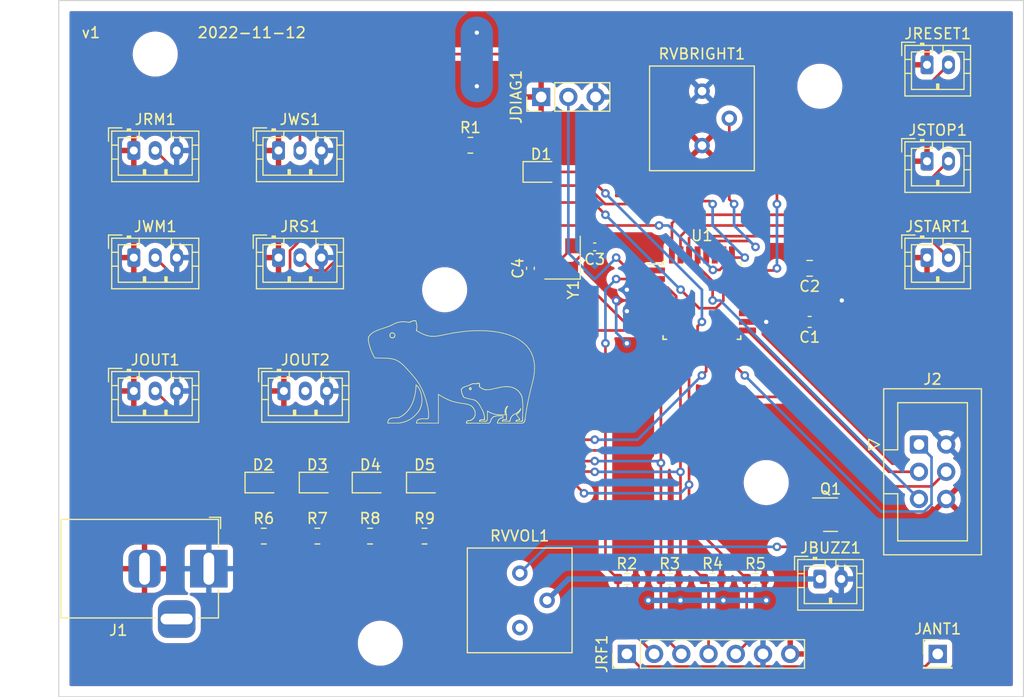
<source format=kicad_pcb>
(kicad_pcb (version 20211014) (generator pcbnew)
  (layers (0 "F.Cu" signal) (31 "B.Cu" signal) (34 "B.Paste" user) (35 "F.Paste" user) (36 "B.SilkS" user "B.Silkscreen") (37 "F.SilkS" user "F.Silkscreen") (38 "B.Mask" user) (39 "F.Mask" user) (44 "Edge.Cuts" user))
  (net 0 "")
  (net 1 "+5V")
  (net 2 "GND")
  (net 3 "Net-(C3-Pad2)")
  (net 4 "Net-(C4-Pad2)")
  (net 5 "Net-(D1-Pad1)")
  (net 6 "Net-(D1-Pad2)")
  (net 7 "Net-(D2-Pad1)")
  (net 8 "Net-(D2-Pad2)")
  (net 9 "Net-(D3-Pad1)")
  (net 10 "Net-(D3-Pad2)")
  (net 11 "Net-(D4-Pad1)")
  (net 12 "Net-(D4-Pad2)")
  (net 13 "Net-(D5-Pad1)")
  (net 14 "Net-(D5-Pad2)")
  (net 15 "Net-(J2-Pad1)")
  (net 16 "Net-(J2-Pad3)")
  (net 17 "Net-(J2-Pad4)")
  (net 18 "Net-(J2-Pad5)")
  (net 19 "Net-(JANT1-Pad1)")
  (net 20 "Net-(JOUT1-Pad2)")
  (net 22 "Net-(JRESET1-Pad2)")
  (net 23 "Net-(JRM1-Pad2)")
  (net 24 "Net-(JRS1-Pad2)")
  (net 25 "Net-(JSTART1-Pad2)")
  (net 26 "Net-(JSTOP1-Pad2)")
  (net 27 "Net-(JWM1-Pad2)")
  (net 28 "Net-(JWS1-Pad2)")
  (net 29 "Net-(JBUZZ1-Pad1)")
  (net 30 "Net-(JDIAG1-Pad2)")
  (net 35 "Net-(RVBRIGHT1-Pad2)")
  (net 37 "Net-(Q1-Pad1)")
  (net 38 "Net-(Q1-Pad3)")
  (footprint "Capacitor_SMD:C_0402_1005Metric" (layer "F.Cu") (at 152 89 90)
    (fp_text reference "C4")
    (fp_text value "22pF")
  )
  (footprint "Connector_JST:JST_PH_B2B-PH-K_1x02_P2.00mm_Vertical" (layer "F.Cu") (at 189 79)
    (fp_text reference "JSTOP1")
    (fp_text value "Conn_01x02_Male")
  )
  (footprint "Connector_IDC:IDC-Header_2x03_P2.54mm_Vertical" (layer "F.Cu") (at 188.2475 105.455)
    (fp_text reference "J2")
    (fp_text value "AVR-ISP-6")
  )
  (footprint "Connector_PinHeader_2.54mm:PinHeader_1x07_P2.54mm_Vertical" (layer "F.Cu") (at 161 125 90)
    (fp_text reference "JRF1")
    (fp_text value "Conn_01x07_Female")
  )
  (footprint "Crystal:Crystal_SMD_3225-4Pin_3.2x2.5mm" (layer "F.Cu") (at 155 88 90)
    (fp_text reference "Y1")
    (fp_text value "Crystal_GND24")
  )
  (footprint "MountingHole:MountingHole_3.2mm_M3" (layer "F.Cu") (at 144 91)
    (fp_text reference "REF**" hide)
    (fp_text value "MountingHole_3.2mm_M3")
  )
  (footprint "Connector_JST:JST_PH_B3B-PH-K_1x03_P2.00mm_Vertical" (layer "F.Cu") (at 115 78)
    (fp_text reference "JRM1")
    (fp_text value "Conn_01x03_Male")
  )
  (footprint "Connector_BarrelJack:BarrelJack_Horizontal" (layer "F.Cu") (at 122 117.0425)
    (fp_text reference "J1")
    (fp_text value "Barrel_Jack")
  )
  (footprint "Package_QFP:TQFP-32_7x7mm_P0.8mm" (layer "F.Cu") (at 168 92)
    (fp_text reference "U1")
    (fp_text value "ATmega328P-A")
  )
  (footprint "Connector_JST:JST_PH_B3B-PH-K_1x03_P2.00mm_Vertical" (layer "F.Cu") (at 129 100.45)
    (fp_text reference "JOUT2")
    (fp_text value "Conn_01x03_Male")
  )
  (footprint "Connector_JST:JST_PH_B3B-PH-K_1x03_P2.00mm_Vertical" (layer "F.Cu") (at 115 88)
    (fp_text reference "JWM1")
    (fp_text value "Conn_01x03_Male")
  )
  (footprint "LED_SMD:LED_0805_2012Metric" (layer "F.Cu") (at 142.125 109)
    (fp_text reference "D5")
    (fp_text value "LED")
  )
  (footprint "Connector_PinHeader_2.54mm:PinHeader_1x01_P2.54mm_Vertical" (layer "F.Cu") (at 190 125)
    (fp_text reference "JANT1")
    (fp_text value "Conn_01x01")
  )
  (footprint "Resistor_SMD:R_0805_2012Metric" (layer "F.Cu") (at 142.125 114)
    (fp_text reference "R9")
    (fp_text value "470Ω")
  )
  (footprint "Connector_JST:JST_PH_B3B-PH-K_1x03_P2.00mm_Vertical" (layer "F.Cu") (at 128.5 88)
    (fp_text reference "JRS1")
    (fp_text value "Conn_01x03_Male")
  )
  (footprint "MountingHole:MountingHole_3.2mm_M3" (layer "F.Cu") (at 174 109)
    (fp_text reference "REF**" hide)
    (fp_text value "MountingHole_3.2mm_M3")
  )
  (footprint "Connector_JST:JST_PH_B3B-PH-K_1x03_P2.00mm_Vertical" (layer "F.Cu") (at 115 100.45)
    (fp_text reference "JOUT1")
    (fp_text value "Conn_01x03_Male")
  )
  (footprint "Resistor_SMD:R_0603_1608Metric" (layer "F.Cu") (at 165 118)
    (fp_text reference "R3")
    (fp_text value "10kΩ")
  )
  (footprint "MountingHole:MountingHole_3.2mm_M3" (layer "F.Cu") (at 117 69)
    (fp_text reference "REF**" hide)
    (fp_text value "MountingHole_3.2mm_M3")
  )
  (footprint "Connector_PinHeader_2.54mm:PinHeader_1x03_P2.54mm_Vertical" (layer "F.Cu") (at 153 73 90)
    (fp_text reference "JDIAG1")
    (fp_text value "Conn_01x03_Male")
  )
  (footprint "Resistor_SMD:R_0805_2012Metric" (layer "F.Cu") (at 132.125 114)
    (fp_text reference "R7")
    (fp_text value "470Ω")
  )
  (footprint "LED_SMD:LED_0805_2012Metric" (layer "F.Cu") (at 153 80)
    (fp_text reference "D1")
    (fp_text value "LED")
  )
  (footprint "Potentiometer_THT:Potentiometer_Bourns_3386P_Vertical" (layer "F.Cu") (at 151.015 122.54)
    (fp_text reference "RVVOL1")
    (fp_text value "R_Potentiometer")
  )
  (footprint "Connector_JST:JST_PH_B2B-PH-K_1x02_P2.00mm_Vertical" (layer "F.Cu") (at 179 118)
    (fp_text reference "JBUZZ1")
    (fp_text value "Conn_01x02_Male")
  )
  (footprint "MountingHole:MountingHole_3.2mm_M3" (layer "F.Cu") (at 179 72)
    (fp_text reference "REF**" hide)
    (fp_text value "MountingHole_3.2mm_M3")
  )
  (footprint "Resistor_SMD:R_0603_1608Metric" (layer "F.Cu") (at 173 118)
    (fp_text reference "R5")
    (fp_text value "10kΩ")
  )
  (footprint "LED_SMD:LED_0805_2012Metric" (layer "F.Cu") (at 137.0625 109)
    (fp_text reference "D4")
    (fp_text value "LED")
  )
  (footprint "Connector_JST:JST_PH_B3B-PH-K_1x03_P2.00mm_Vertical" (layer "F.Cu") (at 128.5 78)
    (fp_text reference "JWS1")
    (fp_text value "Conn_01x03_Male")
  )
  (footprint "Resistor_SMD:R_0805_2012Metric" (layer "F.Cu") (at 127.125 114)
    (fp_text reference "R6")
    (fp_text value "470Ω")
  )
  (footprint "Connector_JST:JST_PH_B2B-PH-K_1x02_P2.00mm_Vertical" (layer "F.Cu") (at 189 70)
    (fp_text reference "JRESET1")
    (fp_text value "Conn_01x02_Male")
  )
  (footprint "MountingHole:MountingHole_3.2mm_M3" (layer "F.Cu") (at 138 124)
    (fp_text reference "REF**" hide)
    (fp_text value "MountingHole_3.2mm_M3")
  )
  (footprint "LED_SMD:LED_0805_2012Metric" (layer "F.Cu") (at 132.125 109)
    (fp_text reference "D3")
    (fp_text value "LED")
  )
  (footprint "Resistor_SMD:R_0805_2012Metric" (layer "F.Cu") (at 146.40024 77.51226)
    (fp_text reference "R1")
    (fp_text value "470Ω")
  )
  (footprint "Package_TO_SOT_SMD:SOT-23" (layer "F.Cu") (at 180 112)
    (fp_text reference "Q1")
    (fp_text value "2N7002")
  )
  (footprint "Capacitor_SMD:C_0402_1005Metric" (layer "F.Cu") (at 158 87 180)
    (fp_text reference "C3")
    (fp_text value "22pF")
  )
  (footprint "LED_SMD:LED_0805_2012Metric" (layer "F.Cu") (at 127.0625 109)
    (fp_text reference "D2")
    (fp_text value "LED")
  )
  (footprint "Capacitor_SMD:C_0805_2012Metric" (layer "F.Cu") (at 178.05 89 180)
    (fp_text reference "C2")
    (fp_text value "10uF")
  )
  (footprint "Resistor_SMD:R_0805_2012Metric" (layer "F.Cu") (at 137.0375 114)
    (fp_text reference "R8")
    (fp_text value "470Ω")
  )
  (footprint "Resistor_SMD:R_0603_1608Metric" (layer "F.Cu") (at 169 118)
    (fp_text reference "R4")
    (fp_text value "10kΩ")
  )
  (footprint "Connector_JST:JST_PH_B2B-PH-K_1x02_P2.00mm_Vertical" (layer "F.Cu") (at 189 88)
    (fp_text reference "JSTART1")
    (fp_text value "Conn_01x02_Male")
  )
  (footprint "Resistor_SMD:R_0603_1608Metric" (layer "F.Cu") (at 161 118)
    (fp_text reference "R2")
    (fp_text value "10kΩ")
  )
  (footprint "Capacitor_SMD:C_0603_1608Metric" (layer "F.Cu") (at 178.05 94 180)
    (fp_text reference "C1")
    (fp_text value ".1uF")
  )
  (footprint "Potentiometer_THT:Potentiometer_Bourns_3386P_Vertical" (layer "F.Cu") (at 168.015 77.54)
    (fp_text reference "RVBRIGHT1")
    (fp_text value "R_Potentiometer")
  )
  (gr_line (start 147.985023 102.768299) (end 147.984346 102.962601) (layer "F.SilkS") (width 0.06))
  (gr_line (start 147.250121 99.864931) (end 147.25252 99.887372) (layer "F.SilkS") (width 0.06))
  (gr_line (start 148.866353 102.651989) (end 148.78819 102.639509) (layer "F.SilkS") (width 0.06))
  (gr_line (start 147.512858 103.136822) (end 147.585106 103.138132) (layer "F.SilkS") (width 0.06))
  (gr_line (start 146.415684 103.199187) (end 146.403026 103.203405) (layer "F.SilkS") (width 0.06))
  (gr_line (start 140.614551 94.034893) (end 140.506771 94.017785) (layer "F.SilkS") (width 0.06))
  (gr_line (start 151.070077 102.165114) (end 151.059367 102.182571) (layer "F.SilkS") (width 0.06))
  (gr_line (start 139.35567 95.27072) (end 139.353098 95.292312) (layer "F.SilkS") (width 0.06))
  (gr_line (start 139.67488 103.44621) (end 139.67488 103.44621) (layer "F.SilkS") (width 0.06))
  (gr_line (start 147.538237 102.272917) (end 147.515551 102.226667) (layer "F.SilkS") (width 0.06))
  (gr_line (start 136.918092 95.925979) (end 136.950161 96.068003) (layer "F.SilkS") (width 0.06))
  (gr_line (start 138.707982 103.333632) (end 138.717589 103.282231) (layer "F.SilkS") (width 0.06))
  (gr_line (start 151.269663 102.911555) (end 151.269663 102.911555) (layer "F.SilkS") (width 0.06))
  (gr_line (start 147.900633 103.249144) (end 147.882834 103.258219) (layer "F.SilkS") (width 0.06))
  (gr_line (start 138.960154 103.013217) (end 139 103) (layer "F.SilkS") (width 0.06))
  (gr_line (start 147.717305 102.917002) (end 147.712895 102.879065) (layer "F.SilkS") (width 0.06))
  (gr_line (start 139.238724 95.059133) (end 139.261637 95.073567) (layer "F.SilkS") (width 0.06))
  (gr_line (start 145.672649 100.821792) (end 145.650926 100.767251) (layer "F.SilkS") (width 0.06))
  (gr_line (start 147.840086 103.271678) (end 147.814849 103.276348) (layer "F.SilkS") (width 0.06))
  (gr_line (start 150.099437 103.254355) (end 150.096662 103.259407) (layer "F.SilkS") (width 0.06))
  (gr_line (start 146.481273 100.257046) (end 146.478904 100.264903) (layer "F.SilkS") (width 0.06))
  (gr_line (start 150.994799 103.102611) (end 150.997296 103.093874) (layer "F.SilkS") (width 0.06))
  (gr_line (start 147.089494 99.737004) (end 147.103073 99.733) (layer "F.SilkS") (width 0.06))
  (gr_line (start 149.321096 102.969062) (end 149.296999 102.974762) (layer "F.SilkS") (width 0.06))
  (gr_line (start 150.076387 103.273338) (end 150.068384 103.27549) (layer "F.SilkS") (width 0.06))
  (gr_line (start 146.035676 103.397014) (end 146.034034 103.423586) (layer "F.SilkS") (width 0.06))
  (gr_line (start 141.413385 103.266251) (end 141.398161 103.305819) (layer "F.SilkS") (width 0.06))
  (gr_line (start 141.404826 94.457123) (end 141.40324 94.399572) (layer "F.SilkS") (width 0.06))
  (gr_line (start 150.982951 103.116719) (end 150.989956 103.110185) (layer "F.SilkS") (width 0.06))
  (gr_line (start 141.119054 93.896005) (end 141.078187 93.903022) (layer "F.SilkS") (width 0.06))
  (gr_line (start 139.299537 95.106554) (end 139.314663 95.124797) (layer "F.SilkS") (width 0.06))
  (gr_line (start 150.853263 102.516692) (end 150.886154 102.484446) (layer "F.SilkS") (width 0.06))
  (gr_line (start 141.785406 100.633645) (end 141.82021 100.768069) (layer "F.SilkS") (width 0.06))
  (gr_line (start 149.659073 102.597315) (end 149.666728 102.621591) (layer "F.SilkS") (width 0.06))
  (gr_line (start 145.630246 100.710846) (end 145.611052 100.653621) (layer "F.SilkS") (width 0.06))
  (gr_line (start 150.09954 100.069017) (end 150.195768 100.088559) (layer "F.SilkS") (width 0.06))
  (gr_line (start 145.558033 100.437362) (end 145.55294 100.39167) (layer "F.SilkS") (width 0.06))
  (gr_line (start 148.467028 100.271787) (end 148.834159 100.187182) (layer "F.SilkS") (width 0.06))
  (gr_line (start 147.240653 100.063343) (end 147.327448 100.118491) (layer "F.SilkS") (width 0.06))
  (gr_line (start 145.904557 101.648253) (end 146.026411 101.67136) (layer "F.SilkS") (width 0.06))
  (gr_line (start 150.963107 102.311653) (end 150.949746 102.326337) (layer "F.SilkS") (width 0.06))
  (gr_line (start 148.945325 102.662117) (end 148.866353 102.651989) (layer "F.SilkS") (width 0.06))
  (gr_line (start 149.647424 102.227578) (end 149.637996 102.28652) (layer "F.SilkS") (width 0.06))
  (gr_line (start 140.511292 98.419727) (end 140.511292 98.419727) (layer "F.SilkS") (width 0.06))
  (gr_line (start 145.559349 100.303491) (end 145.564356 100.291364) (layer "F.SilkS") (width 0.06))
  (gr_line (start 150.020795 103.280209) (end 149.985858 103.280904) (layer "F.SilkS") (width 0.06))
  (gr_line (start 147.103073 99.733) (end 147.117233 99.72944) (layer "F.SilkS") (width 0.06))
  (gr_line (start 148.78819 102.639509) (end 148.710883 102.624563) (layer "F.SilkS") (width 0.06))
  (gr_line (start 139.194121 95.485463) (end 139.172314 95.491368) (layer "F.SilkS") (width 0.06))
  (gr_line (start 139.021064 95.041229) (end 139.041108 95.032865) (layer "F.SilkS") (width 0.06))
  (gr_line (start 146.350976 100.158479) (end 146.358039 100.154555) (layer "F.SilkS") (width 0.06))
  (gr_line (start 150.916046 102.452961) (end 150.943167 102.421924) (layer "F.SilkS") (width 0.06))
  (gr_line (start 151.059367 102.182571) (end 151.048365 102.199754) (layer "F.SilkS") (width 0.06))
  (gr_line (start 141.363142 94.815182) (end 141.363142 94.815182) (layer "F.SilkS") (width 0.06))
  (gr_line (start 141.664679 102.201963) (end 141.641553 102.243401) (layer "F.SilkS") (width 0.06))
  (gr_line (start 147.215473 99.718024) (end 147.215473 99.718024) (layer "F.SilkS") (width 0.06))
  (gr_line (start 151.273267 103.078759) (end 151.276206 103.142161) (layer "F.SilkS") (width 0.06))
  (gr_line (start 150.860275 100.448532) (end 150.895545 100.48366) (layer "F.SilkS") (width 0.06))
  (gr_line (start 151.045245 102.262519) (end 151.060562 102.227608) (layer "F.SilkS") (width 0.06))
  (gr_line (start 147.701484 102.803168) (end 147.688065 102.731064) (layer "F.SilkS") (width 0.06))
  (gr_line (start 142.148822 103.052865) (end 141.972125 103.049166) (layer "F.SilkS") (width 0.06))
  (gr_line (start 145.69497 100.873428) (end 145.672649 100.821792) (layer "F.SilkS") (width 0.06))
  (gr_line (start 146.462792 100.17913) (end 146.468484 100.185995) (layer "F.SilkS") (width 0.06))
  (gr_line (start 151.171954 103.276396) (end 151.155147 103.278049) (layer "F.SilkS") (width 0.06))
  (gr_line (start 146.403026 103.203405) (end 146.389595 103.206757) (layer "F.SilkS") (width 0.06))
  (gr_line (start 139.695638 97.684346) (end 139.845762 97.785831) (layer "F.SilkS") (width 0.06))
  (gr_line (start 145.577576 100.268115) (end 145.592679 100.246059) (layer "F.SilkS") (width 0.06))
  (gr_line (start 150.791666 102.464525) (end 150.77206 102.478134) (layer "F.SilkS") (width 0.06))
  (gr_line (start 146.368864 100.320942) (end 146.358817 100.317121) (layer "F.SilkS") (width 0.06))
  (gr_line (start 143.414167 102.019944) (end 143.414167 102.019944) (layer "F.SilkS") (width 0.06))
  (gr_line (start 146.473252 100.193222) (end 146.477122 100.200751) (layer "F.SilkS") (width 0.06))
  (gr_line (start 139.871305 102.861294) (end 139.938221 102.824166) (layer "F.SilkS") (width 0.06))
  (gr_line (start 146.313648 100.267385) (end 146.311541 100.259428) (layer "F.SilkS") (width 0.06))
  (gr_line (start 149.763613 103.080688) (end 149.766718 103.058075) (layer "F.SilkS") (width 0.06))
  (gr_line (start 148.163058 103.438137) (end 148.192683 103.424357) (layer "F.SilkS") (width 0.06))
  (gr_line (start 151.0102 102.328374) (end 151.028534 102.296004) (layer "F.SilkS") (width 0.06))
  (gr_line (start 141.240516 99.266046) (end 141.366357 99.430945) (layer "F.SilkS") (width 0.06))
  (gr_line (start 146.499427 103.154089) (end 146.476555 103.167618) (layer "F.SilkS") (width 0.06))
  (gr_line (start 136.881163 95.671408) (end 136.894699 95.792858) (layer "F.SilkS") (width 0.06))
  (gr_line (start 146.316279 100.202366) (end 146.319537 100.194782) (layer "F.SilkS") (width 0.06))
  (gr_line (start 140.506771 94.017785) (end 140.402039 94.004328) (layer "F.SilkS") (width 0.06))
  (gr_line (start 141.300047 93.880927) (end 141.300047 93.880927) (layer "F.SilkS") (width 0.06))
  (gr_line (start 151.187188 103.274096) (end 151.171954 103.276396) (layer "F.SilkS") (width 0.06))
  (gr_line (start 140.230941 102.626897) (end 140.282397 102.584561) (layer "F.SilkS") (width 0.06))
  (gr_line (start 145.59379 100.596617) (end 145.578903 100.540878) (layer "F.SilkS") (width 0.06))
  (gr_line (start 146.728867 99.759406) (end 146.764991 99.758238) (layer "F.SilkS") (width 0.06))
  (gr_line (start 151.28401 101.557967) (end 151.289475 101.678211) (layer "F.SilkS") (width 0.06))
  (gr_line (start 146.056746 103.313641) (end 146.049468 103.331281) (layer "F.SilkS") (width 0.06))
  (gr_line (start 146.313729 103.214606) (end 146.247523 103.217214) (layer "F.SilkS") (width 0.06))
  (gr_line (start 139.002286 95.051657) (end 139.021064 95.041229) (layer "F.SilkS") (width 0.06))
  (gr_line (start 146.445264 100.310445) (end 146.438336 100.314902) (layer "F.SilkS") (width 0.06))
  (gr_line (start 151.579746 102.560498) (end 151.651722 102.106152) (layer "F.SilkS") (width 0.06))
  (gr_line (start 143.324226 95.320579) (end 143.164719 95.339126) (layer "F.SilkS") (width 0.06))
  (gr_line (start 141.363142 94.815182) (end 141.373926 94.768807) (layer "F.SilkS") (width 0.06))
  (gr_line (start 149.350668 102.681576) (end 149.268357 102.681453) (layer "F.SilkS") (width 0.06))
  (gr_line (start 150.645444 103.262608) (end 150.65173 103.246076) (layer "F.SilkS") (width 0.06))
  (gr_line (start 147.603982 100.278939) (end 147.633229 100.29008) (layer "F.SilkS") (width 0.06))
  (gr_line (start 147.244449 100.046086) (end 147.240653 100.063343) (layer "F.SilkS") (width 0.06))
  (gr_line (start 137.25862 96.951931) (end 137.318349 97.078692) (layer "F.SilkS") (width 0.06))
  (gr_line (start 149.413931 100.071682) (end 149.610612 100.05047) (layer "F.SilkS") (width 0.06))
  (gr_line (start 149.652329 102.572037) (end 149.659073 102.597315) (layer "F.SilkS") (width 0.06))
  (gr_line (start 141.001339 93.920745) (end 140.965253 93.931391) (layer "F.SilkS") (width 0.06))
  (gr_line (start 139.281885 95.089425) (end 139.299537 95.106554) (layer "F.SilkS") (width 0.06))
  (gr_line (start 149.445226 102.959257) (end 149.420066 102.958668) (layer "F.SilkS") (width 0.06))
  (gr_line (start 146.382017 100.147693) (end 146.390882 100.147256) (layer "F.SilkS") (width 0.06))
  (gr_line (start 136.989724 96.216157) (end 137.0356 96.367673) (layer "F.SilkS") (width 0.06))
  (gr_line (start 147.841442 103.457412) (end 148.012843 103.457014) (layer "F.SilkS") (width 0.06))
  (gr_line (start 146.427486 103.193986) (end 146.415684 103.199187) (layer "F.SilkS") (width 0.06))
  (gr_line (start 151.239932 95.866369) (end 150.988858 95.689091) (layer "F.SilkS") (width 0.06))
  (gr_line (start 141.446229 102.512971) (end 141.37622 102.591995) (layer "F.SilkS") (width 0.06))
  (gr_line (start 148.935585 103.402072) (end 148.933956 103.42704) (layer "F.SilkS") (width 0.06))
  (gr_line (start 149.268357 102.681453) (end 149.186621 102.679562) (layer "F.SilkS") (width 0.06))
  (gr_line (start 147.26114 103.239641) (end 147.266568 103.22451) (layer "F.SilkS") (width 0.06))
  (gr_line (start 147.029609 99.763294) (end 147.040583 99.757236) (layer "F.SilkS") (width 0.06))
  (gr_line (start 146.316502 100.275105) (end 146.313648 100.267385) (layer "F.SilkS") (width 0.06))
  (gr_line (start 151.268829 102.95858) (end 151.269539 103.002076) (layer "F.SilkS") (width 0.06))
  (gr_line (start 146.587978 99.782241) (end 146.622921 99.77366) (layer "F.SilkS") (width 0.06))
  (gr_line (start 146.985833 101.427873) (end 146.94458 101.394199) (layer "F.SilkS") (width 0.06))
  (gr_line (start 152.375159 97.990189) (end 152.331195 97.651534) (layer "F.SilkS") (width 0.06))
  (gr_line (start 141.592182 102.32276) (end 141.565751 102.361209) (layer "F.SilkS") (width 0.06))
  (gr_line (start 137.318349 97.078692) (end 137.377304 97.192191) (layer "F.SilkS") (width 0.06))
  (gr_line (start 145.77653 101.627627) (end 145.904557 101.648253) (layer "F.SilkS") (width 0.06))
  (gr_line (start 149.483373 103.141513) (end 149.494515 103.139607) (layer "F.SilkS") (width 0.06))
  (gr_line (start 149.699674 103.139928) (end 149.716257 103.137146) (layer "F.SilkS") (width 0.06))
  (gr_line (start 142.413563 101.915915) (end 142.45104 102.11732) (layer "F.SilkS") (width 0.06))
  (gr_line (start 139.35484 95.227322) (end 139.356274 95.249005) (layer "F.SilkS") (width 0.06))
  (gr_line (start 149.719784 102.45682) (end 149.715206 102.404954) (layer "F.SilkS") (width 0.06))
  (gr_line (start 141.37622 102.591995) (end 141.301151 102.67128) (layer "F.SilkS") (width 0.06))
  (gr_line (start 147.112355 101.560314) (end 147.069462 101.51046) (layer "F.SilkS") (width 0.06))
  (gr_line (start 151.025478 102.233265) (end 151.013593 102.249576) (layer "F.SilkS") (width 0.06))
  (gr_line (start 147.291435 103.188003) (end 147.302282 103.178529) (layer "F.SilkS") (width 0.06))
  (gr_line (start 150.833814 103.451862) (end 150.99021 103.453038) (layer "F.SilkS") (width 0.06))
  (gr_line (start 149.610612 100.05047) (end 149.708985 100.045109) (layer "F.SilkS") (width 0.06))
  (gr_line (start 151.087935 102.152257) (end 151.100449 102.111191) (layer "F.SilkS") (width 0.06))
  (gr_line (start 147.40112 102.008906) (end 147.297157 101.827768) (layer "F.SilkS") (width 0.06))
  (gr_line (start 149.80245 95.15472) (end 149.4673 95.06236) (layer "F.SilkS") (width 0.06))
  (gr_line (start 146.313633 100.210219) (end 146.316279 100.202366) (layer "F.SilkS") (width 0.06))
  (gr_line (start 146.345489 103.21278) (end 146.313729 103.214606) (layer "F.SilkS") (width 0.06))
  (gr_line (start 138.049338 97.376665) (end 138.513351 97.388167) (layer "F.SilkS") (width 0.06))
  (gr_line (start 151.400492 103.368477) (end 151.414108 103.35287) (layer "F.SilkS") (width 0.06))
  (gr_line (start 150.093097 103.263784) (end 150.088615 103.267532) (layer "F.SilkS") (width 0.06))
  (gr_line (start 149.472502 103.144251) (end 149.483373 103.141513) (layer "F.SilkS") (width 0.06))
  (gr_line (start 151.491868 103.15657) (end 151.503935 103.084251) (layer "F.SilkS") (width 0.06))
  (gr_line (start 138.822514 103.095035) (end 138.853177 103.06971) (layer "F.SilkS") (width 0.06))
  (gr_line (start 146.764991 99.758238) (end 146.801736 99.758738) (layer "F.SilkS") (width 0.06))
  (gr_line (start 141.867119 101.042181) (end 141.879176 101.178722) (layer "F.SilkS") (width 0.06))
  (gr_line (start 138.89746 95.319938) (end 138.893799 95.298321) (layer "F.SilkS") (width 0.06))
  (gr_line (start 151.977101 100.531371) (end 152.215351 99.573508) (layer "F.SilkS") (width 0.06))
  (gr_line (start 146.034034 103.423586) (end 146.034007 103.452683) (layer "F.SilkS") (width 0.06))
  (gr_line (start 149.774145 102.94297) (end 149.775425 102.875071) (layer "F.SilkS") (width 0.06))
  (gr_line (start 151.799335 101.315389) (end 151.882553 100.933824) (layer "F.SilkS") (width 0.06))
  (gr_line (start 147.341228 103.157075) (end 147.356041 103.15198) (layer "F.SilkS") (width 0.06))
  (gr_line (start 149.743955 102.14868) (end 149.759853 102.099266) (layer "F.SilkS") (width 0.06))
  (gr_line (start 141.714953 103.064102) (end 141.675562 103.071932) (layer "F.SilkS") (width 0.06))
  (gr_line (start 149.345497 102.964586) (end 149.321096 102.969062) (layer "F.SilkS") (width 0.06))
  (gr_line (start 146.657963 99.767043) (end 146.693235 99.762316) (layer "F.SilkS") (width 0.06))
  (gr_line (start 139.084514 102.980402) (end 139.128697 102.973495) (layer "F.SilkS") (width 0.06))
  (gr_line (start 150.796753 103.158737) (end 150.834177 103.151894) (layer "F.SilkS") (width 0.06))
  (gr_line (start 146.467932 100.286912) (end 146.463073 100.293534) (layer "F.SilkS") (width 0.06))
  (gr_line (start 148.93361 103.452177) (end 148.93361 103.452177) (layer "F.SilkS") (width 0.06))
  (gr_line (start 142.180641 101.039234) (end 142.262622 101.306896) (layer "F.SilkS") (width 0.06))
  (gr_line (start 147.009026 99.776531) (end 147.019096 99.769729) (layer "F.SilkS") (width 0.06))
  (gr_line (start 141.366357 99.430945) (end 141.48619 99.599132) (layer "F.SilkS") (width 0.06))
  (gr_line (start 146.861902 101.339736) (end 146.819959 101.318007) (layer "F.SilkS") (width 0.06))
  (gr_line (start 150.77756 102.584712) (end 150.817141 102.55001) (layer "F.SilkS") (width 0.06))
  (gr_line (start 145.692847 100.151675) (end 145.717088 100.13558) (layer "F.SilkS") (width 0.06))
  (gr_line (start 148.93361 103.452177) (end 149.204397 103.452872) (layer "F.SilkS") (width 0.06))
  (gr_line (start 140.511292 98.419727) (end 140.82412 98.77075) (layer "F.SilkS") (width 0.06))
  (gr_line (start 141.535203 103.126941) (end 141.505409 103.147766) (layer "F.SilkS") (width 0.06))
  (gr_line (start 147.967059 100.338873) (end 148.125508 100.329236) (layer "F.SilkS") (width 0.06))
  (gr_line (start 147.576315 100.266855) (end 147.603982 100.278939) (layer "F.SilkS") (width 0.06))
  (gr_line (start 142.014063 95.151065) (end 141.855658 95.077895) (layer "F.SilkS") (width 0.06))
  (gr_line (start 140.514316 102.354092) (end 140.556912 102.303685) (layer "F.SilkS") (width 0.06))
  (gr_line (start 139.801171 102.897831) (end 139.871305 102.861294) (layer "F.SilkS") (width 0.06))
  (gr_line (start 148.713041 102.804153) (end 148.749128 102.796207) (layer "F.SilkS") (width 0.06))
  (gr_line (start 146.249121 101.730885) (end 146.348737 101.770235) (layer "F.SilkS") (width 0.06))
  (gr_line (start 148.24841 103.351411) (end 148.262649 103.314384) (layer "F.SilkS") (width 0.06))
  (gr_line (start 147.252535 99.990885) (end 147.250432 100.009858) (layer "F.SilkS") (width 0.06))
  (gr_line (start 147.201592 101.679492) (end 147.156312 101.616501) (layer "F.SilkS") (width 0.06))
  (gr_line (start 147.052039 99.751568) (end 147.063997 99.746298) (layer "F.SilkS") (width 0.06))
  (gr_line (start 150.929989 100.520595) (end 150.96347 100.559337) (layer "F.SilkS") (width 0.06))
  (gr_line (start 140.509002 103.237281) (end 140.447655 103.264271) (layer "F.SilkS") (width 0.06))
  (gr_line (start 146.593853 101.245571) (end 146.377771 101.20285) (layer "F.SilkS") (width 0.06))
  (gr_line (start 150.93696 103.134913) (end 150.963184 103.127159) (layer "F.SilkS") (width 0.06))
  (gr_line (start 148.296708 103.217341) (end 148.31314 103.174969) (layer "F.SilkS") (width 0.06))
  (gr_line (start 147.6848 103.284635) (end 147.255122 103.281031) (layer "F.SilkS") (width 0.06))
  (gr_line (start 138.717589 103.282231) (end 138.731313 103.235836) (layer "F.SilkS") (width 0.06))
  (gr_line (start 146.319537 100.194782) (end 146.32339 100.187531) (layer "F.SilkS") (width 0.06))
  (gr_line (start 146.097069 103.261316) (end 146.085472 103.271896) (layer "F.SilkS") (width 0.06))
  (gr_line (start 138.953996 95.093641) (end 138.968707 95.078032) (layer "F.SilkS") (width 0.06))
  (gr_line (start 150.787796 100.383712) (end 150.824313 100.415215) (layer "F.SilkS") (width 0.06))
  (gr_line (start 138.94073 95.110639) (end 138.953996 95.093641) (layer "F.SilkS") (width 0.06))
  (gr_line (start 148.223459 102.45581) (end 148.167827 102.427222) (layer "F.SilkS") (width 0.06))
  (gr_line (start 147.327448 100.11851) (end 147.360255 100.138304) (layer "F.SilkS") (width 0.06))
  (gr_line (start 138.794753 103.124046) (end 138.822514 103.095035) (layer "F.SilkS") (width 0.06))
  (gr_line (start 141.161622 93.890257) (end 141.119054 93.896005) (layer "F.SilkS") (width 0.06))
  (gr_line (start 140.897495 93.956104) (end 140.865717 93.970111) (layer "F.SilkS") (width 0.06))
  (gr_line (start 150.69547 103.196584) (end 150.71014 103.187756) (layer "F.SilkS") (width 0.06))
  (gr_line (start 145.564356 100.291364) (end 145.564356 100.291364) (layer "F.SilkS") (width 0.06))
  (gr_line (start 149.412497 103.183999) (end 149.421917 103.174077) (layer "F.SilkS") (width 0.06))
  (gr_line (start 146.136776 103.237945) (end 146.122804 103.244458) (layer "F.SilkS") (width 0.06))
  (gr_line (start 146.456149 100.172684) (end 146.462792 100.17913) (layer "F.SilkS") (width 0.06))
  (gr_line (start 146.468484 100.185995) (end 146.473252 100.193222) (layer "F.SilkS") (width 0.06))
  (gr_line (start 146.8485 102.639527) (end 146.838312 102.698284) (layer "F.SilkS") (width 0.06))
  (gr_line (start 145.781344 101.030073) (end 145.781344 101.030073) (layer "F.SilkS") (width 0.06))
  (gr_line (start 147.67916 103.134209) (end 147.692 103.131843) (layer "F.SilkS") (width 0.06))
  (gr_line (start 150.111972 103.156165) (end 150.108604 103.183883) (layer "F.SilkS") (width 0.06))
  (gr_line (start 150.195768 100.088559) (end 150.29116 100.114416) (layer "F.SilkS") (width 0.06))
  (gr_line (start 146.430254 100.156443) (end 146.430254 100.156443) (layer "F.SilkS") (width 0.06))
  (gr_line (start 149.8072 100.043838) (end 149.905121 100.047102) (layer "F.SilkS") (width 0.06))
  (gr_line (start 141.312118 100.225973) (end 141.324398 100.058643) (layer "F.SilkS") (width 0.06))
  (gr_line (start 145.94418 100.030667) (end 146.069104 99.988204) (layer "F.SilkS") (width 0.06))
  (gr_line (start 148.367189 103.063425) (end 148.386955 103.031176) (layer "F.SilkS") (width 0.06))
  (gr_line (start 139.356274 95.249005) (end 139.35567 95.27072) (layer "F.SilkS") (width 0.06))
  (gr_line (start 146.358039 100.154555) (end 146.365578 100.151406) (layer "F.SilkS") (width 0.06))
  (gr_line (start 146.781992 102.856066) (end 146.756206 102.901694) (layer "F.SilkS") (width 0.06))
  (gr_line (start 147.66213 102.616599) (end 147.66213 102.616599) (layer "F.SilkS") (width 0.06))
  (gr_line (start 149.731405 102.198941) (end 149.743955 102.14868) (layer "F.SilkS") (width 0.06))
  (gr_line (start 149.690273 102.087659) (end 149.679446 102.114385) (layer "F.SilkS") (width 0.06))
  (gr_line (start 146.412306 103.447919) (end 146.412306 103.447919) (layer "F.SilkS") (width 0.06))
  (gr_line (start 145.21508 101.540631) (end 145.504434 101.58796) (layer "F.SilkS") (width 0.06))
  (gr_line (start 146.026411 101.67136) (end 146.141472 101.698416) (layer "F.SilkS") (width 0.06))
  (gr_line (start 140.402039 94.004328) (end 140.300009 93.994717) (layer "F.SilkS") (width 0.06))
  (gr_line (start 140.835269 93.985178) (end 140.806099 94.001277) (layer "F.SilkS") (width 0.06))
  (gr_line (start 139.314663 95.124797) (end 139.327332 95.144) (layer "F.SilkS") (width 0.06))
  (gr_line (start 150.068384 103.27549) (end 150.058952 103.277205) (layer "F.SilkS") (width 0.06))
  (gr_line (start 150.817141 102.55001) (end 150.853263 102.516692) (layer "F.SilkS") (width 0.06))
  (gr_line (start 146.452597 103.180907) (end 146.427486 103.193986) (layer "F.SilkS") (width 0.06))
  (gr_line (start 140.121491 102.708449) (end 140.177367 102.668167) (layer "F.SilkS") (width 0.06))
  (gr_line (start 150.997296 103.093874) (end 150.997266 103.083851) (layer "F.SilkS") (width 0.06))
  (gr_line (start 139.801171 102.897831) (end 139.801171 102.897831) (layer "F.SilkS") (width 0.06))
  (gr_line (start 151.111702 100.780027) (end 151.136564 100.829543) (layer "F.SilkS") (width 0.06))
  (gr_line (start 149.888578 103.280875) (end 149.888578 103.280875) (layer "F.SilkS") (width 0.06))
  (gr_line (start 150.750858 100.354026) (end 150.750858 100.354026) (layer "F.SilkS") (width 0.06))
  (gr_line (start 146.667184 103.016841) (end 146.651142 103.033808) (layer "F.SilkS") (width 0.06))
  (gr_line (start 148.786818 102.789586) (end 148.82616 102.784212) (layer "F.SilkS") (width 0.06))
  (gr_line (start 136.986778 95.284395) (end 136.946636 95.343014) (layer "F.SilkS") (width 0.06))
  (gr_line (start 146.310163 100.251294) (end 146.309499 100.243049) (layer "F.SilkS") (width 0.06))
  (gr_line (start 149.445226 102.959257) (end 149.445226 102.959257) (layer "F.SilkS") (width 0.06))
  (gr_line (start 147.882834 103.258219) (end 147.8627 103.265682) (layer "F.SilkS") (width 0.06))
  (gr_line (start 149.905121 100.047102) (end 150.002613 100.055347) (layer "F.SilkS") (width 0.06))
  (gr_line (start 150.995854 100.599881) (end 151.027004 100.642224) (layer "F.SilkS") (width 0.06))
  (gr_line (start 141.038966 93.911279) (end 141.001339 93.920745) (layer "F.SilkS") (width 0.06))
  (gr_line (start 141.301151 102.67128) (end 141.220943 102.750178) (layer "F.SilkS") (width 0.06))
  (gr_line (start 142.727264 95.343766) (end 142.588412 95.326622) (layer "F.SilkS") (width 0.06))
  (gr_line (start 140.965253 93.931391) (end 140.930656 93.943188) (layer "F.SilkS") (width 0.06))
  (gr_line (start 139.041534 102.989149) (end 139.084514 102.980402) (layer "F.SilkS") (width 0.06))
  (gr_line (start 141.393234 94.279637) (end 141.384578 94.217247) (layer "F.SilkS") (width 0.06))
  (gr_line (start 149.799196 101.929604) (end 149.779991 101.948359) (layer "F.SilkS") (width 0.06))
  (gr_line (start 147.086265 103.452473) (end 147.255122 103.452473) (layer "F.SilkS") (width 0.06))
  (gr_line (start 150.718177 95.529777) (end 150.429285 95.387938) (layer "F.SilkS") (width 0.06))
  (gr_line (start 150.687298 102.529427) (end 150.663749 102.541986) (layer "F.SilkS") (width 0.06))
  (gr_line (start 151.275928 103.169055) (end 151.273711 103.192839) (layer "F.SilkS") (width 0.06))
  (gr_line (start 151.100449 102.111191) (end 151.100449 102.111191) (layer "F.SilkS") (width 0.06))
  (gr_line (start 146.419858 100.152378) (end 146.430254 100.156443) (layer "F.SilkS") (width 0.06))
  (gr_line (start 149.77135 103.004818) (end 149.774145 102.94297) (layer "F.SilkS") (width 0.06))
  (gr_line (start 146.043475 103.350978) (end 146.03885 103.372851) (layer "F.SilkS") (width 0.06))
  (gr_line (start 147.327448 100.11851) (end 147.327448 100.11851) (layer "F.SilkS") (width 0.06))
  (gr_line (start 147.720563 102.954165) (end 147.717305 102.917002) (layer "F.SilkS") (width 0.06))
  (gr_line (start 139.67488 103.44621) (end 138.702087 103.452506) (layer "F.SilkS") (width 0.06))
  (gr_line (start 146.03885 103.372851) (end 146.035676 103.397014) (layer "F.SilkS") (width 0.06))
  (gr_line (start 143.164719 95.339126) (end 143.013401 95.349511) (layer "F.SilkS") (width 0.06))
  (gr_line (start 146.777268 101.299319) (end 146.688609 101.269185) (layer "F.SilkS") (width 0.06))
  (gr_line (start 142.309058 95.261253) (end 142.164524 95.212015) (layer "F.SilkS") (width 0.06))
  (gr_line (start 142.341148 101.59614) (end 142.375319 101.737915) (layer "F.SilkS") (width 0.06))
  (gr_line (start 139.445826 94.113655) (end 139.351657 94.153285) (layer "F.SilkS") (width 0.06))
  (gr_line (start 137.0356 96.367673) (end 137.086609 96.519779) (layer "F.SilkS") (width 0.06))
  (gr_line (start 152.215351 99.573508) (end 152.308445 99.142392) (layer "F.SilkS") (width 0.06))
  (gr_line (start 150.988888 103.059456) (end 150.980176 103.044838) (layer "F.SilkS") (width 0.06))
  (gr_line (start 146.32012 100.282521) (end 146.316502 100.275105) (layer "F.SilkS") (width 0.06))
  (gr_line (start 139.219702 102.964143) (end 139.312606 102.958982) (layer "F.SilkS") (width 0.06))
  (gr_line (start 137.141569 96.669704) (end 137.1993 96.814678) (layer "F.SilkS") (width 0.06))
  (gr_line (start 141.675562 103.071932) (end 141.637692 103.081901) (layer "F.SilkS") (width 0.06))
  (gr_line (start 146.414949 100.323919) (end 146.406373 100.32528) (layer "F.SilkS") (width 0.06))
  (gr_line (start 149.773386 102.660465) (end 149.773386 102.660465) (layer "F.SilkS") (width 0.06))
  (gr_line (start 149.727866 102.50848) (end 149.719784 102.45682) (layer "F.SilkS") (width 0.06))
  (gr_line (start 138.920261 95.381319) (end 138.910646 95.361606) (layer "F.SilkS") (width 0.06))
  (gr_line (start 141.273801 100.551824) (end 141.295267 100.390416) (layer "F.SilkS") (width 0.06))
  (gr_line (start 149.683492 103.141872) (end 149.699674 103.139928) (layer "F.SilkS") (width 0.06))
  (gr_line (start 141.384578 94.217247) (end 141.373329 94.153236) (layer "F.SilkS") (width 0.06))
  (gr_line (start 147.390769 100.157311) (end 147.446638 100.192893) (layer "F.SilkS") (width 0.06))
  (gr_line (start 149.099695 102.773812) (end 149.206343 102.776799) (layer "F.SilkS") (width 0.06))
  (gr_line (start 139.632172 94.051614) (end 139.539216 94.07983) (layer "F.SilkS") (width 0.06))
  (gr_line (start 146.999378 99.783689) (end 147.009026 99.776531) (layer "F.SilkS") (width 0.06))
  (gr_line (start 147.559707 102.319869) (end 147.538237 102.272917) (layer "F.SilkS") (width 0.06))
  (gr_line (start 141.972125 103.049166) (end 141.88376 103.049574) (layer "F.SilkS") (width 0.06))
  (gr_line (start 138.918714 95.148129) (end 138.928955 95.128858) (layer "F.SilkS") (width 0.06))
  (gr_line (start 146.311541 100.259428) (end 146.310163 100.251294) (layer "F.SilkS") (width 0.06))
  (gr_line (start 141.095661 101.308134) (end 141.140881 101.16413) (layer "F.SilkS") (width 0.06))
  (gr_line (start 151.292588 102.184872) (end 151.286543 102.439568) (layer "F.SilkS") (width 0.06))
  (gr_line (start 141.300047 93.880927) (end 141.252065 93.882688) (layer "F.SilkS") (width 0.06))
  (gr_line (start 148.484559 102.563752) (end 148.41114 102.537769) (layer "F.SilkS") (width 0.06))
  (gr_line (start 149.394289 103.208637) (end 149.40329 103.195484) (layer "F.SilkS") (width 0.06))
  (gr_line (start 146.476555 103.167618) (end 146.452597 103.180907) (layer "F.SilkS") (width 0.06))
  (gr_line (start 145.628126 100.205296) (end 145.648263 100.186476) (layer "F.SilkS") (width 0.06))
  (gr_line (start 146.365578 100.151406) (end 146.373576 100.149098) (layer "F.SilkS") (width 0.06))
  (gr_line (start 152.331195 97.651534) (end 152.256456 97.334767) (layer "F.SilkS") (width 0.06))
  (gr_line (start 147.814849 103.276348) (end 147.786846 103.279836) (layer "F.SilkS") (width 0.06))
  (gr_line (start 145.651617 94.910993) (end 144.859793 95.023699) (layer "F.SilkS") (width 0.06))
  (gr_line (start 141.459948 100.005316) (end 141.498848 100.050742) (layer "F.SilkS") (width 0.06))
  (gr_line (start 151.242303 103.252582) (end 151.233846 103.258249) (layer "F.SilkS") (width 0.06))
  (gr_line (start 149.72223 102.249875) (end 149.731405 102.198941) (layer "F.SilkS") (width 0.06))
  (gr_line (start 147.476051 103.136906) (end 147.512858 103.136822) (layer "F.SilkS") (width 0.06))
  (gr_line (start 148.452198 102.948132) (end 148.476093 102.92476) (layer "F.SilkS") (width 0.06))
  (gr_line (start 149.024622 100.143599) (end 149.218241 100.103912) (layer "F.SilkS") (width 0.06))
  (gr_line (start 145.564356 100.291364) (end 145.577576 100.268115) (layer "F.SilkS") (width 0.06))
  (gr_line (start 143.013401 95.349511) (end 142.868255 95.351227) (layer "F.SilkS") (width 0.06))
  (gr_line (start 150.661672 100.28991) (end 150.750858 100.354026) (layer "F.SilkS") (width 0.06))
  (gr_line (start 146.751184 102.166645) (end 146.769838 102.203018) (layer "F.SilkS") (width 0.06))
  (gr_line (start 141.373926 94.768807) (end 141.383298 94.720845) (layer "F.SilkS") (width 0.06))
  (gr_line (start 151.414108 103.35287) (end 151.426776 103.335495) (layer "F.SilkS") (width 0.06))
  (gr_line (start 151.271694 103.203585) (end 151.268975 103.21358) (layer "F.SilkS") (width 0.06))
  (gr_line (start 146.145937 103.451951) (end 146.145937 103.452421) (layer "F.SilkS") (width 0.06))
  (gr_line (start 140.778154 94.018376) (end 140.751382 94.036446) (layer "F.SilkS") (width 0.06))
  (gr_line (start 143.67587 95.261026) (end 143.493937 95.294376) (layer "F.SilkS") (width 0.06))
  (gr_line (start 149.105505 102.675787) (end 149.025058 102.670011) (layer "F.SilkS") (width 0.06))
  (gr_line (start 149.594373 103.141798) (end 149.622616 103.143363) (layer "F.SilkS") (width 0.06))
  (gr_line (start 146.769838 102.203018) (end 146.786455 102.239113) (layer "F.SilkS") (width 0.06))
  (gr_line (start 148.834159 100.187182) (end 149.024622 100.143599) (layer "F.SilkS") (width 0.06))
  (gr_line (start 149.82738 101.957871) (end 149.856413 101.913607) (layer "F.SilkS") (width 0.06))
  (gr_line (start 147.25252 99.887372) (end 147.254065 99.909231) (layer "F.SilkS") (width 0.06))
  (gr_line (start 141.506953 94.892869) (end 141.506953 94.892869) (layer "F.SilkS") (width 0.06))
  (gr_line (start 145.566836 100.487446) (end 145.558033 100.437362) (layer "F.SilkS") (width 0.06))
  (gr_line (start 140.725729 94.055457) (end 140.725729 94.055457) (layer "F.SilkS") (width 0.06))
  (gr_line (start 146.358817 100.317121) (end 146.358817 100.317121) (layer "F.SilkS") (width 0.06))
  (gr_line (start 139.351657 94.153285) (end 139.256359 94.198917) (layer "F.SilkS") (width 0.06))
  (gr_line (start 144.084464 95.174909) (end 143.67587 95.261026) (layer "F.SilkS") (width 0.06))
  (gr_line (start 143.779927 100.987888) (end 143.924747 101.067309) (layer "F.SilkS") (width 0.06))
  (gr_line (start 150.997266 103.083851) (end 150.994524 103.072419) (layer "F.SilkS") (width 0.06))
  (gr_line (start 146.804587 102.806794) (end 146.781992 102.856066) (layer "F.SilkS") (width 0.06))
  (gr_line (start 147.91624 103.238316) (end 147.900633 103.249144) (layer "F.SilkS") (width 0.06))
  (gr_line (start 147.117233 99.72944) (end 147.131992 99.726336) (layer "F.SilkS") (width 0.06))
  (gr_line (start 150.385529 102.698521) (end 150.355652 102.723737) (layer "F.SilkS") (width 0.06))
  (gr_line (start 139.076198 97.446348) (end 139.239498 97.484658) (layer "F.SilkS") (width 0.06))
  (gr_line (start 149.708985 100.045109) (end 149.8072 100.043838) (layer "F.SilkS") (width 0.06))
  (gr_line (start 151.080494 102.147393) (end 151.070077 102.165114) (layer "F.SilkS") (width 0.06))
  (gr_line (start 147.818261 100.331037) (end 147.818261 100.331037) (layer "F.SilkS") (width 0.06))
  (gr_line (start 149.739476 102.559758) (end 149.727866 102.50848) (layer "F.SilkS") (width 0.06))
  (gr_line (start 150.101552 103.248579) (end 150.099437 103.254355) (layer "F.SilkS") (width 0.06))
  (gr_line (start 149.715206 102.404954) (end 149.714104 102.353057) (layer "F.SilkS") (width 0.06))
  (gr_line (start 141.728936 102.067443) (end 141.708278 102.114248) (layer "F.SilkS") (width 0.06))
  (gr_line (start 150.670247 103.218248) (end 150.682112 103.206707) (layer "F.SilkS") (width 0.06))
  (gr_line (start 139.158737 95.027909) (end 139.18543 95.035472) (layer "F.SilkS") (width 0.06))
  (gr_line (start 147.5498 100.253845) (end 147.576315 100.266855) (layer "F.SilkS") (width 0.06))
  (gr_line (start 147.722453 102.989982) (end 147.720563 102.954165) (layer "F.SilkS") (width 0.06))
  (gr_line (start 150.002613 100.055347) (end 150.09954 100.069017) (layer "F.SilkS") (width 0.06))
  (gr_line (start 146.823517 102.75412) (end 146.804587 102.806794) (layer "F.SilkS") (width 0.06))
  (gr_line (start 149.4673 95.06236) (end 149.119522 94.985512) (layer "F.SilkS") (width 0.06))
  (gr_line (start 147.585106 103.138132) (end 147.619093 103.138248) (layer "F.SilkS") (width 0.06))
  (gr_line (start 137.377304 97.192191) (end 137.434306 97.289656) (layer "F.SilkS") (width 0.06))
  (gr_line (start 150.849151 102.420146) (end 150.830056 102.435635) (layer "F.SilkS") (width 0.06))
  (gr_line (start 148.125508 100.329236) (end 148.292525 100.305687) (layer "F.SilkS") (width 0.06))
  (gr_line (start 148.93848 103.377318) (end 148.935585 103.402072) (layer "F.SilkS") (width 0.06))
  (gr_line (start 139.172314 95.491368) (end 139.149515 95.494983) (layer "F.SilkS") (width 0.06))
  (gr_line (start 146.112456 101.141052) (end 145.95616 101.093591) (layer "F.SilkS") (width 0.06))
  (gr_line (start 141.373329 94.153236) (end 141.359369 94.087602) (layer "F.SilkS") (width 0.06))
  (gr_line (start 141.374346 103.452073) (end 143.415774 103.447608) (layer "F.SilkS") (width 0.06))
  (gr_line (start 147.297157 101.827768) (end 147.248454 101.749758) (layer "F.SilkS") (width 0.06))
  (gr_line (start 150.141059 103.042655) (end 150.141059 103.042655) (layer "F.SilkS") (width 0.06))
  (gr_line (start 147.929799 103.225591) (end 147.91624 103.238316) (layer "F.SilkS") (width 0.06))
  (gr_line (start 141.044796 102.904227) (end 140.9487 102.978083) (layer "F.SilkS") (width 0.06))
  (gr_line (start 147.524005 100.239926) (end 147.5498 100.253845) (layer "F.SilkS") (width 0.06))
  (gr_line (start 149.675281 102.644761) (end 149.684718 102.666724) (layer "F.SilkS") (width 0.06))
  (gr_line (start 146.373576 100.149098) (end 146.382017 100.147693) (layer "F.SilkS") (width 0.06))
  (gr_line (start 138.715924 97.400103) (end 138.902606 97.41883) (layer "F.SilkS") (width 0.06))
  (gr_line (start 141.601543 103.094239) (end 141.567314 103.109176) (layer "F.SilkS") (width 0.06))
  (gr_line (start 142.375319 101.737915) (end 142.413563 101.915915) (layer "F.SilkS") (width 0.06))
  (gr_line (start 146.48012 100.208525) (end 146.482273 100.216486) (layer "F.SilkS") (width 0.06))
  (gr_line (start 151.155147 103.278049) (end 151.116523 103.279447) (layer "F.SilkS") (width 0.06))
  (gr_line (start 149.032888 103.151361) (end 149.018369 103.171521) (layer "F.SilkS") (width 0.06))
  (gr_line (start 146.55857 101.90833) (end 146.593195 101.944224) (layer "F.SilkS") (width 0.06))
  (gr_line (start 141.505409 103.147766) (end 141.478132 103.171879) (layer "F.SilkS") (width 0.06))
  (gr_line (start 150.105209 103.226435) (end 150.103133 103.242033) (layer "F.SilkS") (width 0.06))
  (gr_line (start 147.255122 103.281031) (end 147.255122 103.274824) (layer "F.SilkS") (width 0.06))
  (gr_line (start 151.484852 103.188919) (end 151.491868 103.15657) (layer "F.SilkS") (width 0.06))
  (gr_line (start 142.314871 103.050321) (end 142.233973 103.053293) (layer "F.SilkS") (width 0.06))
  (gr_line (start 141.397328 94.62015) (end 141.401752 94.567408) (layer "F.SilkS") (width 0.06))
  (gr_line (start 140.425887 102.450355) (end 140.470703 102.402956) (layer "F.SilkS") (width 0.06))
  (gr_line (start 150.963184 103.127159) (end 150.973966 103.122336) (layer "F.SilkS") (width 0.06))
  (gr_line (start 146.839235 99.760833) (end 146.877618 99.76445) (layer "F.SilkS") (width 0.06))
  (gr_line (start 148.55902 102.586801) (end 148.484559 102.563752) (layer "F.SilkS") (width 0.06))
  (gr_line (start 151.085064 100.7323) (end 151.111702 100.780027) (layer "F.SilkS") (width 0.06))
  (gr_line (start 150.96347 100.559337) (end 150.995854 100.599881) (layer "F.SilkS") (width 0.06))
  (gr_line (start 146.311615 100.218277) (end 146.313633 100.210219) (layer "F.SilkS") (width 0.06))
  (gr_line (start 140.82412 98.77075) (end 140.969681 98.937981) (layer "F.SilkS") (width 0.06))
  (gr_line (start 148.262649 103.314384) (end 148.296708 103.217341) (layer "F.SilkS") (width 0.06))
  (gr_line (start 139.66438 102.938037) (end 139.702113 102.931031) (layer "F.SilkS") (width 0.06))
  (gr_line (start 151.27615 101.442298) (end 151.28401 101.557967) (layer "F.SilkS") (width 0.06))
  (gr_line (start 148.947987 103.32863) (end 148.94262 103.352823) (layer "F.SilkS") (width 0.06))
  (gr_line (start 149.140642 103.047483) (end 149.12061 103.062355) (layer "F.SilkS") (width 0.06))
  (gr_line (start 149.71541 102.036807) (end 149.702257 102.061765) (layer "F.SilkS") (width 0.06))
  (gr_line (start 149.048466 103.131907) (end 149.032888 103.151361) (layer "F.SilkS") (width 0.06))
  (gr_line (start 147.255122 103.452473) (end 147.594239 103.454157) (layer "F.SilkS") (width 0.06))
  (gr_line (start 147.24008 94.816788) (end 146.845852 94.822712) (layer "F.SilkS") (width 0.06))
  (gr_line (start 147.040583 99.757236) (end 147.052039 99.751568) (layer "F.SilkS") (width 0.06))
  (gr_line (start 137.759265 94.773206) (end 137.60329 94.839293) (layer "F.SilkS") (width 0.06))
  (gr_line (start 141.617418 102.283578) (end 141.592182 102.32276) (layer "F.SilkS") (width 0.06))
  (gr_line (start 139.300243 95.410607) (end 139.285848 95.427003) (layer "F.SilkS") (width 0.06))
  (gr_line (start 138.984819 95.063981) (end 139.002286 95.051657) (layer "F.SilkS") (width 0.06))
  (gr_line (start 139.125795 95.496153) (end 139.101223 95.494724) (layer "F.SilkS") (width 0.06))
  (gr_line (start 151.074715 102.190958) (end 151.087935 102.152257) (layer "F.SilkS") (width 0.06))
  (gr_line (start 151.116523 103.279447) (end 151.116523 103.279447) (layer "F.SilkS") (width 0.06))
  (gr_line (start 151.269663 102.911555) (end 151.268829 102.95858) (layer "F.SilkS") (width 0.06))
  (gr_line (start 148.91 102.776896) (end 148.954598 102.774798) (layer "F.SilkS") (width 0.06))
  (gr_line (start 149.204397 103.452872) (end 149.204397 103.452872) (layer "F.SilkS") (width 0.06))
  (gr_line (start 148.024383 102.344289) (end 147.985023 102.319169) (layer "F.SilkS") (width 0.06))
  (gr_line (start 146.423153 100.321698) (end 146.414949 100.323919) (layer "F.SilkS") (width 0.06))
  (gr_line (start 150.968205 103.028443) (end 150.687101 102.659522) (layer "F.SilkS") (width 0.06))
  (gr_line (start 141.68689 102.159) (end 141.664679 102.201963) (layer "F.SilkS") (width 0.06))
  (gr_line (start 150.300252 102.778175) (end 150.274788 102.807306) (layer "F.SilkS") (width 0.06))
  (gr_line (start 145.717444 100.921117) (end 145.69497 100.873428) (layer "F.SilkS") (width 0.06))
  (gr_line (start 139.133039 95.023423) (end 139.158737 95.027909) (layer "F.SilkS") (width 0.06))
  (gr_line (start 149.684718 102.666724) (end 149.516825 102.676986) (layer "F.SilkS") (width 0.06))
  (gr_line (start 146.32782 100.180675) (end 146.33281 100.174279) (layer "F.SilkS") (width 0.06))
  (gr_line (start 142.469886 102.999789) (end 142.457545 103.026816) (layer "F.SilkS") (width 0.06))
  (gr_line (start 139.348627 95.313626) (end 139.342328 95.334507) (layer "F.SilkS") (width 0.06))
  (gr_line (start 144.859793 95.023699) (end 144.084464 95.174909) (layer "F.SilkS") (width 0.06))
  (gr_line (start 139.725045 94.028811) (end 139.632172 94.051614) (layer "F.SilkS") (width 0.06))
  (gr_line (start 149.226985 102.999032) (end 149.204558 103.009454) (layer "F.SilkS") (width 0.06))
  (gr_line (start 146.475873 100.272538) (end 146.472207 100.279894) (layer "F.SilkS") (width 0.06))
  (gr_line (start 147.619093 103.138248) (end 147.650687 103.137153) (layer "F.SilkS") (width 0.06))
  (gr_line (start 150.71014 103.187756) (end 150.725938 103.180099) (layer "F.SilkS") (width 0.06))
  (gr_line (start 139.99959 97.90811) (end 140.159922 98.053186) (layer "F.SilkS") (width 0.06))
  (gr_line (start 138.910646 95.361606) (end 138.90306 95.341089) (layer "F.SilkS") (width 0.06))
  (gr_line (start 141.398161 103.305819) (end 141.386447 103.349825) (layer "F.SilkS") (width 0.06))
  (gr_line (start 150.449485 102.652323) (end 150.416816 102.674701) (layer "F.SilkS") (width 0.06))
  (gr_line (start 150.682112 103.206707) (end 150.69547 103.196584) (layer "F.SilkS") (width 0.06))
  (gr_line (start 141.637692 103.081901) (end 141.601543 103.094239) (layer "F.SilkS") (width 0.06))
  (gr_line (start 150.887911 102.386556) (end 150.868384 102.403821) (layer "F.SilkS") (width 0.06))
  (gr_line (start 142.09492 100.79112) (end 142.180641 101.039234) (layer "F.SilkS") (width 0.06))
  (gr_line (start 146.617504 103.066285) (end 146.599776 103.08185) (layer "F.SilkS") (width 0.06))
  (gr_line (start 149.025058 102.670011) (end 148.945325 102.662117) (layer "F.SilkS") (width 0.06))
  (gr_line (start 146.446576 99.837676) (end 146.482432 99.820502) (layer "F.SilkS") (width 0.06))
  (gr_line (start 142.496492 102.900647) (end 142.480441 102.969618) (layer "F.SilkS") (width 0.06))
  (gr_line (start 149.888667 101.87107) (end 149.888667 101.87107) (layer "F.SilkS") (width 0.06))
  (gr_line (start 140.254866 103.336084) (end 140.187654 103.356701) (layer "F.SilkS") (width 0.06))
  (gr_line (start 151.159516 100.880845) (end 151.180422 100.93393) (layer "F.SilkS") (width 0.06))
  (gr_line (start 139.256359 94.198917) (end 139.159585 94.250745) (layer "F.SilkS") (width 0.06))
  (gr_line (start 148.21544 103.405745) (end 148.233345 103.381647) (layer "F.SilkS") (width 0.06))
  (gr_line (start 141.604415 100.203807) (end 141.635883 100.259768) (layer "F.SilkS") (width 0.06))
  (gr_line (start 145.065481 101.510428) (end 145.21508 101.540631) (layer "F.SilkS") (width 0.06))
  (gr_line (start 151.289475 101.678211) (end 151.29426 101.928411) (layer "F.SilkS") (width 0.06))
  (gr_line (start 139.337615 95.16401) (end 139.345581 95.184669) (layer "F.SilkS") (width 0.06))
  (gr_line (start 139.128697 102.973495) (end 139.219702 102.964143) (layer "F.SilkS") (width 0.06))
  (gr_line (start 151.215553 101.045438) (end 151.215553 101.045438) (layer "F.SilkS") (width 0.06))
  (gr_line (start 146.034007 103.452683) (end 146.145937 103.451951) (layer "F.SilkS") (width 0.06))
  (gr_line (start 148.971269 103.258318) (end 148.96233 103.281333) (layer "F.SilkS") (width 0.06))
  (gr_line (start 148.749128 102.796207) (end 148.786818 102.789586) (layer "F.SilkS") (width 0.06))
  (gr_line (start 146.463073 100.293534) (end 146.457658 100.299703) (layer "F.SilkS") (width 0.06))
  (gr_line (start 139.213075 95.046279) (end 139.238724 95.059133) (layer "F.SilkS") (width 0.06))
  (gr_line (start 151.090618 102.129416) (end 151.080494 102.147393) (layer "F.SilkS") (width 0.06))
  (gr_line (start 146.344405 100.163117) (end 146.350976 100.158479) (layer "F.SilkS") (width 0.06))
  (gr_line (start 141.399415 94.340411) (end 141.393234 94.279637) (layer "F.SilkS") (width 0.06))
  (gr_line (start 140.300009 93.994717) (end 140.20033 93.98915) (layer "F.SilkS") (width 0.06))
  (gr_line (start 150.114522 103.140528) (end 150.111972 103.156165) (layer "F.SilkS") (width 0.06))
  (gr_line (start 151.286543 102.439568) (end 151.269663 102.911555) (layer "F.SilkS") (width 0.06))
  (gr_line (start 147.722757 103.023877) (end 147.722453 102.989982) (layer "F.SilkS") (width 0.06))
  (gr_line (start 150.824313 100.415215) (end 150.860275 100.448532) (layer "F.SilkS") (width 0.06))
  (gr_line (start 141.376598 99.924036) (end 141.419197 99.963015) (layer "F.SilkS") (width 0.06))
  (gr_line (start 139.075869 95.490539) (end 139.049803 95.483446) (layer "F.SilkS") (width 0.06))
  (gr_line (start 141.135517 102.828043) (end 141.044796 102.904227) (layer "F.SilkS") (width 0.06))
  (gr_line (start 149.505936 103.138429) (end 149.517644 103.137874) (layer "F.SilkS") (width 0.06))
  (gr_line (start 150.250854 102.83765) (end 150.228481 102.869163) (layer "F.SilkS") (width 0.06))
  (gr_line (start 141.216842 100.864938) (end 141.247674 100.710047) (layer "F.SilkS") (width 0.06))
  (gr_line (start 150.385582 100.147035) (end 150.478898 100.18686) (layer "F.SilkS") (width 0.06))
  (gr_line (start 149.888667 101.87107) (end 149.864374 101.883026) (layer "F.SilkS") (width 0.06))
  (gr_line (start 146.483921 100.240903) (end 146.482954 100.249027) (layer "F.SilkS") (width 0.06))
  (gr_line (start 150.478898 100.18686) (end 150.570973 100.234337) (layer "F.SilkS") (width 0.06))
  (gr_line (start 148.233345 103.381647) (end 148.24841 103.351411) (layer "F.SilkS") (width 0.06))
  (gr_line (start 140.329556 98.223058) (end 140.511292 98.419727) (layer "F.SilkS") (width 0.06))
  (gr_line (start 141.571085 100.150184) (end 141.604415 100.203807) (layer "F.SilkS") (width 0.06))
  (gr_line (start 142.457545 103.026816) (end 142.457545 103.026816) (layer "F.SilkS") (width 0.06))
  (gr_line (start 142.457545 103.026816) (end 142.424764 103.035462) (layer "F.SilkS") (width 0.06))
  (gr_line (start 140.720152 102.084517) (end 140.795366 101.966295) (layer "F.SilkS") (width 0.06))
  (gr_line (start 149.385485 103.22356) (end 149.394289 103.208637) (layer "F.SilkS") (width 0.06))
  (gr_line (start 136.911502 95.404801) (end 136.898194 95.437034) (layer "F.SilkS") (width 0.06))
  (gr_line (start 149.769284 103.032679) (end 149.77135 103.004818) (layer "F.SilkS") (width 0.06))
  (gr_line (start 151.180422 100.93393) (end 151.199146 100.988795) (layer "F.SilkS") (width 0.06))
  (gr_line (start 141.378443 103.3985) (end 141.374346 103.452073) (layer "F.SilkS") (width 0.06))
  (gr_line (start 150.973966 103.122336) (end 150.982951 103.116719) (layer "F.SilkS") (width 0.06))
  (gr_line (start 151.723655 101.698641) (end 151.799335 101.315389) (layer "F.SilkS") (width 0.06))
  (gr_line (start 141.824529 101.793375) (end 141.806128 101.854409) (layer "F.SilkS") (width 0.06))
  (gr_line (start 150.65173 103.246076) (end 150.660059 103.23133) (layer "F.SilkS") (width 0.06))
  (gr_line (start 145.578903 100.540878) (end 145.566836 100.487446) (layer "F.SilkS") (width 0.06))
  (gr_line (start 147.579945 102.367528) (end 147.559707 102.319869) (layer "F.SilkS") (width 0.06))
  (gr_line (start 141.693219 100.377921) (end 141.743067 100.503071) (layer "F.SilkS") (width 0.06))
  (gr_line (start 142.480441 102.969618) (end 142.469886 102.999789) (layer "F.SilkS") (width 0.06))
  (gr_line (start 150.830056 102.435635) (end 150.810946 102.450394) (layer "F.SilkS") (width 0.06))
  (gr_line (start 147.027374 101.46647) (end 146.985833 101.427873) (layer "F.SilkS") (width 0.06))
  (gr_line (start 150.019106 103.453585) (end 150.833814 103.451862) (layer "F.SilkS") (width 0.06))
  (gr_line (start 146.427486 103.193986) (end 146.427486 103.193986) (layer "F.SilkS") (width 0.06))
  (gr_line (start 150.751976 102.491324) (end 150.731257 102.5042) (layer "F.SilkS") (width 0.06))
  (gr_line (start 137.60329 94.839293) (end 137.455282 94.911415) (layer "F.SilkS") (width 0.06))
  (gr_line (start 138.74891 103.194182) (end 138.770138 103.157007) (layer "F.SilkS") (width 0.06))
  (gr_line (start 147.063997 99.746298) (end 147.076475 99.74144) (layer "F.SilkS") (width 0.06))
  (gr_line (start 151.269539 103.002076) (end 151.273267 103.078759) (layer "F.SilkS") (width 0.06))
  (gr_line (start 151.027004 100.642224) (end 151.056786 100.686365) (layer "F.SilkS") (width 0.06))
  (gr_line (start 148.613901 102.83672) (end 148.645477 102.824332) (layer "F.SilkS") (width 0.06))
  (gr_line (start 150.73429 102.621112) (end 150.77756 102.584712) (layer "F.SilkS") (width 0.06))
  (gr_line (start 151.651722 102.106152) (end 151.723655 101.698641) (layer "F.SilkS") (width 0.06))
  (gr_line (start 147.131992 99.726336) (end 147.147371 99.723697) (layer "F.SilkS") (width 0.06))
  (gr_line (start 146.439907 100.161282) (end 146.448529 100.166715) (layer "F.SilkS") (width 0.06))
  (gr_line (start 148.82616 102.784212) (end 148.867204 102.780008) (layer "F.SilkS") (width 0.06))
  (gr_line (start 138.739565 94.435791) (end 138.581857 94.491027) (layer "F.SilkS") (width 0.06))
  (gr_line (start 137.086609 96.519779) (end 137.141569 96.669704) (layer "F.SilkS") (width 0.06))
  (gr_line (start 140.847151 103.048963) (end 140.740071 103.116221) (layer "F.SilkS") (width 0.06))
  (gr_line (start 149.819653 101.912395) (end 149.799196 101.929604) (layer "F.SilkS") (width 0.06))
  (gr_line (start 145.609564 100.225138) (end 145.628126 100.205296) (layer "F.SilkS") (width 0.06))
  (gr_line (start 144.511377 101.339997) (end 144.604429 101.376075) (layer "F.SilkS") (width 0.06))
  (gr_line (start 150.121995 103.10546) (end 150.11782 103.123643) (layer "F.SilkS") (width 0.06))
  (gr_line (start 151.470003 96.062103) (end 151.239932 95.866369) (layer "F.SilkS") (width 0.06))
  (gr_line (start 150.760186 103.167812) (end 150.796753 103.158737) (layer "F.SilkS") (width 0.06))
  (gr_line (start 147.66213 102.616599) (end 147.648278 102.565333) (layer "F.SilkS") (width 0.06))
  (gr_line (start 136.898194 95.437034) (end 136.888383 95.47461) (layer "F.SilkS") (width 0.06))
  (gr_line (start 149.759929 103.1002) (end 149.763613 103.080688) (layer "F.SilkS") (width 0.06))
  (gr_line (start 141.386447 103.349825) (end 141.378443 103.3985) (layer "F.SilkS") (width 0.06))
  (gr_line (start 143.414167 102.019944) (end 143.414167 100.765464) (layer "F.SilkS") (width 0.06))
  (gr_line (start 152.152339 97.0394) (end 152.02024 96.76494) (layer "F.SilkS") (width 0.06))
  (gr_line (start 151.503935 103.084251) (end 151.503935 103.084251) (layer "F.SilkS") (width 0.06))
  (gr_line (start 139.845762 97.785831) (end 139.99959 97.90811) (layer "F.SilkS") (width 0.06))
  (gr_line (start 141.535895 100.099097) (end 141.571085 100.150184) (layer "F.SilkS") (width 0.06))
  (gr_line (start 146.693235 99.762316) (end 146.728867 99.759406) (layer "F.SilkS") (width 0.06))
  (gr_line (start 147.71199 103.108301) (end 147.717742 103.083611) (layer "F.SilkS") (width 0.06))
  (gr_line (start 149.666728 102.621591) (end 149.675281 102.644761) (layer "F.SilkS") (width 0.06))
  (gr_line (start 141.374346 103.452073) (end 141.374346 103.452073) (layer "F.SilkS") (width 0.06))
  (gr_line (start 146.581355 103.097005) (end 146.562176 103.111778) (layer "F.SilkS") (width 0.06))
  (gr_line (start 137.080988 95.176061) (end 137.031653 95.228795) (layer "F.SilkS") (width 0.06))
  (gr_line (start 149.755624 103.116295) (end 149.759929 103.1002) (layer "F.SilkS") (width 0.06))
  (gr_line (start 145.553226 100.333645) (end 145.555657 100.317628) (layer "F.SilkS") (width 0.06))
  (gr_line (start 150.096662 103.259407) (end 150.093097 103.263784) (layer "F.SilkS") (width 0.06))
  (gr_line (start 137.455282 94.911415) (end 137.317433 94.990778) (layer "F.SilkS") (width 0.06))
  (gr_line (start 148.867204 102.780008) (end 148.91 102.776896) (layer "F.SilkS") (width 0.06))
  (gr_line (start 146.682795 102.999348) (end 146.667184 103.016841) (layer "F.SilkS") (width 0.06))
  (gr_line (start 139.977035 103.407453) (end 139.903801 103.420402) (layer "F.SilkS") (width 0.06))
  (gr_line (start 138.731313 103.235836) (end 138.74891 103.194182) (layer "F.SilkS") (width 0.06))
  (gr_line (start 141.743067 100.503071) (end 141.785406 100.633645) (layer "F.SilkS") (width 0.06))
  (gr_line (start 151.273711 103.192839) (end 151.271694 103.203585) (layer "F.SilkS") (width 0.06))
  (gr_line (start 147.253992 99.971336) (end 147.252535 99.990885) (layer "F.SilkS") (width 0.06))
  (gr_line (start 139.737652 102.922171) (end 139.770752 102.911192) (layer "F.SilkS") (width 0.06))
  (gr_line (start 146.682414 102.056149) (end 146.707531 102.09318) (layer "F.SilkS") (width 0.06))
  (gr_line (start 140.990518 101.584215) (end 141.045555 101.448212) (layer "F.SilkS") (width 0.06))
  (gr_line (start 141.641553 102.243401) (end 141.617418 102.283578) (layer "F.SilkS") (width 0.06))
  (gr_line (start 142.509618 102.639119) (end 142.510476 102.733795) (layer "F.SilkS") (width 0.06))
  (gr_line (start 148.330331 103.135244) (end 148.348331 103.098089) (layer "F.SilkS") (width 0.06))
  (gr_line (start 147.515551 102.226667) (end 147.40112 102.008906) (layer "F.SilkS") (width 0.06))
  (gr_line (start 141.748958 102.018321) (end 141.728936 102.067443) (layer "F.SilkS") (width 0.06))
  (gr_line (start 146.400155 100.147848) (end 146.40982 100.149535) (layer "F.SilkS") (width 0.06))
  (gr_line (start 150.709749 102.516866) (end 150.687298 102.529427) (layer "F.SilkS") (width 0.06))
  (gr_line (start 148.96233 103.281333) (end 148.954564 103.304786) (layer "F.SilkS") (width 0.06))
  (gr_line (start 142.48291 102.329314) (end 142.495231 102.435276) (layer "F.SilkS") (width 0.06))
  (gr_line (start 150.907887 102.368247) (end 150.907887 102.368247) (layer "F.SilkS") (width 0.06))
  (gr_line (start 144.161627 101.186837) (end 144.245564 101.226123) (layer "F.SilkS") (width 0.06))
  (gr_line (start 147.818261 100.331037) (end 147.891386 100.337362) (layer "F.SilkS") (width 0.06))
  (gr_line (start 137.1993 96.814678) (end 137.25862 96.951931) (layer "F.SilkS") (width 0.06))
  (gr_line (start 147.985023 102.319169) (end 147.985023 102.768299) (layer "F.SilkS") (width 0.06))
  (gr_line (start 140.002102 102.78637) (end 140.063131 102.747824) (layer "F.SilkS") (width 0.06))
  (gr_line (start 152.02024 96.76494) (end 151.861553 96.510897) (layer "F.SilkS") (width 0.06))
  (gr_line (start 151.013593 102.249576) (end 151.001414 102.265579) (layer "F.SilkS") (width 0.06))
  (gr_line (start 139.818182 94.011227) (end 139.725045 94.028811) (layer "F.SilkS") (width 0.06))
  (gr_line (start 144.604429 101.376075) (end 144.604429 101.376075) (layer "F.SilkS") (width 0.06))
  (gr_line (start 138.945761 95.417662) (end 138.931951 95.400061) (layer "F.SilkS") (width 0.06))
  (gr_line (start 147.446638 100.192893) (end 147.4985 100.225117) (layer "F.SilkS") (width 0.06))
  (gr_line (start 148.634477 102.607032) (end 148.55902 102.586801) (layer "F.SilkS") (width 0.06))
  (gr_line (start 149.679446 102.114385) (end 149.669761 102.141842) (layer "F.SilkS") (width 0.06))
  (gr_line (start 146.412306 103.447919) (end 146.412306 103.447919) (layer "F.SilkS") (width 0.06))
  (gr_line (start 147.371619 103.14778) (end 147.387871 103.144395) (layer "F.SilkS") (width 0.06))
  (gr_line (start 150.108604 103.183883) (end 150.105209 103.226435) (layer "F.SilkS") (width 0.06))
  (gr_line (start 141.140881 101.16413) (end 141.18126 101.016349) (layer "F.SilkS") (width 0.06))
  (gr_line (start 146.065228 103.297941) (end 146.056746 103.313641) (layer "F.SilkS") (width 0.06))
  (gr_line (start 146.406373 100.32528) (end 146.39745 100.32572) (layer "F.SilkS") (width 0.06))
  (gr_line (start 147.273487 103.210914) (end 147.281806 103.198771) (layer "F.SilkS") (width 0.06))
  (gr_line (start 146.166519 103.228168) (end 146.151375 103.232554) (layer "F.SilkS") (width 0.06))
  (gr_line (start 139.334271 95.3548) (end 139.324524 95.374351) (layer "F.SilkS") (width 0.06))
  (gr_line (start 140.63978 102.197922) (end 140.63978 102.197922) (layer "F.SilkS") (width 0.06))
  (gr_line (start 146.542171 103.126197) (end 146.521277 103.140291) (layer "F.SilkS") (width 0.06))
  (gr_line (start 147.302282 103.178529) (end 147.314257 103.170269) (layer "F.SilkS") (width 0.06))
  (gr_line (start 146.310242 100.226477) (end 146.311615 100.218277) (layer "F.SilkS") (width 0.06))
  (gr_line (start 141.567314 103.109176) (end 141.535203 103.126941) (layer "F.SilkS") (width 0.06))
  (gr_line (start 151.477133 103.21885) (end 151.484852 103.188919) (layer "F.SilkS") (width 0.06))
  (gr_line (start 141.205941 93.885808) (end 141.161622 93.890257) (layer "F.SilkS") (width 0.06))
  (gr_line (start 142.588412 95.326622) (end 142.449682 95.299286) (layer "F.SilkS") (width 0.06))
  (gr_line (start 151.261139 103.231349) (end 151.255877 103.239141) (layer "F.SilkS") (width 0.06))
  (gr_line (start 142.005175 100.560522) (end 142.09492 100.79112) (layer "F.SilkS") (width 0.06))
  (gr_line (start 150.731257 102.5042) (end 150.709749 102.516866) (layer "F.SilkS") (width 0.06))
  (gr_line (start 151.459447 103.271833) (end 151.468676 103.246458) (layer "F.SilkS") (width 0.06))
  (gr_line (start 141.879176 101.178722) (end 141.883602 101.312824) (layer "F.SilkS") (width 0.06))
  (gr_line (start 146.141472 101.698416) (end 146.249121 101.730885) (layer "F.SilkS") (width 0.06))
  (gr_line (start 148.554912 102.866483) (end 148.583729 102.850744) (layer "F.SilkS") (width 0.06))
  (gr_line (start 151.048365 102.199754) (end 151.037068 102.216655) (layer "F.SilkS") (width 0.06))
  (gr_line (start 146.625305 101.981641) (end 146.655025 102.018959) (layer "F.SilkS") (width 0.06))
  (gr_line (start 149.6523 103.143667) (end 149.667704 103.143084) (layer "F.SilkS") (width 0.06))
  (gr_line (start 151.252204 101.228698) (end 151.265635 101.332207) (layer "F.SilkS") (width 0.06))
  (gr_line (start 149.775511 102.80366) (end 149.774724 102.731278) (layer "F.SilkS") (width 0.06))
  (gr_line (start 142.506302 102.821506) (end 142.496492 102.900647) (layer "F.SilkS") (width 0.06))
  (gr_line (start 141.383298 94.720845) (end 141.391138 94.671294) (layer "F.SilkS") (width 0.06))
  (gr_line (start 143.415774 103.447608) (end 143.415774 103.447608) (layer "F.SilkS") (width 0.06))
  (gr_line (start 146.438336 100.314902) (end 146.430957 100.318672) (layer "F.SilkS") (width 0.06))
  (gr_line (start 150.99021 103.453038) (end 151.121378 103.452613) (layer "F.SilkS") (width 0.06))
  (gr_line (start 147.966426 103.152869) (end 147.959623 103.174609) (layer "F.SilkS") (width 0.06))
  (gr_line (start 139.062372 95.026734) (end 139.084812 95.023004) (layer "F.SilkS") (width 0.06))
  (gr_line (start 136.878664 95.564402) (end 136.881163 95.671408) (layer "F.SilkS") (width 0.06))
  (gr_line (start 138.702087 103.452506) (end 138.702733 103.390302) (layer "F.SilkS") (width 0.06))
  (gr_line (start 143.415774 103.447608) (end 143.414167 102.019944) (layer "F.SilkS") (width 0.06))
  (gr_line (start 147.327448 100.118491) (end 147.327448 100.11851) (layer "F.SilkS") (width 0.06))
  (gr_line (start 147.703787 103.128776) (end 147.703787 103.128776) (layer "F.SilkS") (width 0.06))
  (gr_line (start 141.508936 102.436969) (end 141.446229 102.512971) (layer "F.SilkS") (width 0.06))
  (gr_line (start 150.990014 102.359942) (end 151.0102 102.328374) (layer "F.SilkS") (width 0.06))
  (gr_line (start 147.650687 103.137153) (end 147.67916 103.134209) (layer "F.SilkS") (width 0.06))
  (gr_line (start 147.891386 100.337362) (end 147.967059 100.338873) (layer "F.SilkS") (width 0.06))
  (gr_line (start 147.246826 99.841909) (end 147.250121 99.864931) (layer "F.SilkS") (width 0.06))
  (gr_line (start 148.42941 102.973606) (end 148.452198 102.948132) (layer "F.SilkS") (width 0.06))
  (gr_line (start 144.759535 101.429616) (end 144.913426 101.473911) (layer "F.SilkS") (width 0.06))
  (gr_line (start 147.360255 100.138304) (end 147.390769 100.157311) (layer "F.SilkS") (width 0.06))
  (gr_line (start 151.249623 103.246216) (end 151.242303 103.252582) (layer "F.SilkS") (width 0.06))
  (gr_line (start 142.424764 103.035462) (end 142.389925 103.042108) (layer "F.SilkS") (width 0.06))
  (gr_line (start 146.309531 100.234756) (end 146.310242 100.226477) (layer "F.SilkS") (width 0.06))
  (gr_line (start 149.641629 102.518878) (end 149.652329 102.572037) (layer "F.SilkS") (width 0.06))
  (gr_line (start 151.503935 103.084251) (end 151.579746 102.560498) (layer "F.SilkS") (width 0.06))
  (gr_line (start 150.274788 102.807306) (end 150.250854 102.83765) (layer "F.SilkS") (width 0.06))
  (gr_line (start 137.488174 97.368317) (end 138.049338 97.376665) (layer "F.SilkS") (width 0.06))
  (gr_line (start 149.40329 103.195484) (end 149.412497 103.183999) (layer "F.SilkS") (width 0.06))
  (gr_line (start 146.457658 100.299703) (end 146.451713 100.305359) (layer "F.SilkS") (width 0.06))
  (gr_line (start 150.638948 102.554648) (end 150.612739 102.567517) (layer "F.SilkS") (width 0.06))
  (gr_line (start 149.684718 102.666724) (end 149.684718 102.666724) (layer "F.SilkS") (width 0.06))
  (gr_line (start 146.388207 100.325183) (end 146.378669 100.323609) (layer "F.SilkS") (width 0.06))
  (gr_line (start 139.903801 103.420402) (end 139.829037 103.431232) (layer "F.SilkS") (width 0.06))
  (gr_line (start 151.268975 103.21358) (end 151.265481 103.222832) (layer "F.SilkS") (width 0.06))
  (gr_line (start 136.894699 95.792858) (end 136.918092 95.925979) (layer "F.SilkS") (width 0.06))
  (gr_line (start 141.401752 94.567408) (end 141.40429 94.513067) (layer "F.SilkS") (width 0.06))
  (gr_line (start 138.892033 95.276408) (end 138.892117 95.254365) (layer "F.SilkS") (width 0.06))
  (gr_line (start 147.981776 103.038372) (end 147.976186 103.101413) (layer "F.SilkS") (width 0.06))
  (gr_line (start 147.404705 103.141746) (end 147.439757 103.138334) (layer "F.SilkS") (width 0.06))
  (gr_line (start 151.275723 103.435995) (end 151.296948 103.430172) (layer "F.SilkS") (width 0.06))
  (gr_line (start 149.101292 103.078297) (end 149.082731 103.095292) (layer "F.SilkS") (width 0.06))
  (gr_line (start 145.669871 100.168621) (end 145.692847 100.151675) (layer "F.SilkS") (width 0.06))
  (gr_line (start 147.633229 100.29008) (end 147.664489 100.300261) (layer "F.SilkS") (width 0.06))
  (gr_line (start 141.847455 100.904772) (end 141.867119 101.042181) (layer "F.SilkS") (width 0.06))
  (gr_line (start 139.911931 93.998664) (end 139.818182 94.011227) (layer "F.SilkS") (width 0.06))
  (gr_line (start 139.546418 97.601657) (end 139.695638 97.684346) (layer "F.SilkS") (width 0.06))
  (gr_line (start 149.206343 102.776799) (end 149.321388 102.781976) (layer "F.SilkS") (width 0.06))
  (gr_line (start 148.5274 102.884013) (end 148.554912 102.866483) (layer "F.SilkS") (width 0.06))
  (gr_line (start 149.431558 103.165612) (end 149.441429 103.158502) (layer "F.SilkS") (width 0.06))
  (gr_line (start 137.317433 94.990778) (end 137.191937 95.078591) (layer "F.SilkS") (width 0.06))
  (gr_line (start 147.237385 99.794114) (end 147.242594 99.818304) (layer "F.SilkS") (width 0.06))
  (gr_line (start 139.829037 103.431232) (end 139.752734 103.439862) (layer "F.SilkS") (width 0.06))
  (gr_line (start 146.247523 103.217214) (end 146.214393 103.219868) (layer "F.SilkS") (width 0.06))
  (gr_line (start 142.868255 95.351227) (end 142.727264 95.343766) (layer "F.SilkS") (width 0.06))
  (gr_line (start 149.634737 102.462931) (end 149.641629 102.518878) (layer "F.SilkS") (width 0.06))
  (gr_line (start 147.255122 103.281031) (end 147.255122 103.281031) (layer "F.SilkS") (width 0.06))
  (gr_line (start 142.449682 95.299286) (end 142.309058 95.261253) (layer "F.SilkS") (width 0.06))
  (gr_line (start 150.922136 102.354643) (end 150.907887 102.368247) (layer "F.SilkS") (width 0.06))
  (gr_line (start 148.981361 103.235784) (end 148.971269 103.258318) (layer "F.SilkS") (width 0.06))
  (gr_line (start 139.239498 97.484658) (end 139.395305 97.535761) (layer "F.SilkS") (width 0.06))
  (gr_line (start 151.449411 103.295069) (end 151.459447 103.271833) (layer "F.SilkS") (width 0.06))
  (gr_line (start 138.910055 95.168284) (end 138.918714 95.148129) (layer "F.SilkS") (width 0.06))
  (gr_line (start 146.390882 100.147256) (end 146.400155 100.147848) (layer "F.SilkS") (width 0.06))
  (gr_line (start 149.004929 103.192341) (end 148.992587 103.213777) (layer "F.SilkS") (width 0.06))
  (gr_line (start 139.041108 95.032865) (end 139.062372 95.026734) (layer "F.SilkS") (width 0.06))
  (gr_line (start 151.233846 103.258249) (end 151.224178 103.263225) (layer "F.SilkS") (width 0.06))
  (gr_line (start 146.651142 103.033808) (end 146.634604 103.05028) (layer "F.SilkS") (width 0.06))
  (gr_line (start 150.188533 102.935511) (end 150.171019 102.970255) (layer "F.SilkS") (width 0.06))
  (gr_line (start 151.255877 103.239141) (end 151.249623 103.246216) (layer "F.SilkS") (width 0.06))
  (gr_line (start 150.834177 103.151894) (end 150.870994 103.146297) (layer "F.SilkS") (width 0.06))
  (gr_line (start 150.083088 103.270701) (end 150.076387 103.273338) (layer "F.SilkS") (width 0.06))
  (gr_line (start 147.086265 103.452473) (end 147.086265 103.452473) (layer "F.SilkS") (width 0.06))
  (gr_line (start 146.521394 101.875438) (end 146.55857 101.90833) (layer "F.SilkS") (width 0.06))
  (gr_line (start 146.853166 102.514212) (end 146.853608 102.578089) (layer "F.SilkS") (width 0.06))
  (gr_line (start 148.192683 103.424357) (end 148.21544 103.405745) (layer "F.SilkS") (width 0.06))
  (gr_line (start 149.637996 102.28652) (end 149.632812 102.345936) (layer "F.SilkS") (width 0.06))
  (gr_line (start 140.969681 98.937981) (end 141.108386 99.102402) (layer "F.SilkS") (width 0.06))
  (gr_line (start 150.416816 102.674701) (end 150.385529 102.698521) (layer "F.SilkS") (width 0.06))
  (gr_line (start 150.058952 103.277205) (end 150.047962 103.278532) (layer "F.SilkS") (width 0.06))
  (gr_line (start 138.897656 95.21057) (end 138.90302 95.189154) (layer "F.SilkS") (width 0.06))
  (gr_line (start 142.45104 102.11732) (end 142.48291 102.329314) (layer "F.SilkS") (width 0.06))
  (gr_line (start 146.151375 103.232554) (end 146.136776 103.237945) (layer "F.SilkS") (width 0.06))
  (gr_line (start 141.506953 94.892869) (end 141.363142 94.815182) (layer "F.SilkS") (width 0.06))
  (gr_line (start 149.445226 102.788721) (end 149.445226 102.959257) (layer "F.SilkS") (width 0.06))
  (gr_line (start 149.669761 102.141842) (end 149.661205 102.169928) (layer "F.SilkS") (width 0.06))
  (gr_line (start 146.342569 100.307897) (end 146.335727 100.302324) (layer "F.SilkS") (width 0.06))
  (gr_line (start 138.928955 95.128858) (end 138.94073 95.110639) (layer "F.SilkS") (width 0.06))
  (gr_line (start 136.881922 95.517181) (end 136.878664 95.564402) (layer "F.SilkS") (width 0.06))
  (gr_line (start 146.756206 102.901694) (end 146.727699 102.943439) (layer "F.SilkS") (width 0.06))
  (gr_line (start 146.182125 103.224669) (end 146.166519 103.228168) (layer "F.SilkS") (width 0.06))
  (gr_line (start 148.933956 103.42704) (end 148.93361 103.452177) (layer "F.SilkS") (width 0.06))
  (gr_line (start 141.40429 94.513067) (end 141.404826 94.457123) (layer "F.SilkS") (width 0.06))
  (gr_line (start 148.391668 94.876391) (end 148.014384 94.843137) (layer "F.SilkS") (width 0.06))
  (gr_line (start 149.759853 102.099266) (end 149.779074 102.050876) (layer "F.SilkS") (width 0.06))
  (gr_line (start 137.921012 94.711946) (end 137.759265 94.773206) (layer "F.SilkS") (width 0.06))
  (gr_line (start 140.865717 93.970111) (end 140.835269 93.985178) (layer "F.SilkS") (width 0.06))
  (gr_line (start 147.633118 102.514797) (end 147.616666 102.464988) (layer "F.SilkS") (width 0.06))
  (gr_line (start 144.084464 95.174909) (end 144.084464 95.174909) (layer "F.SilkS") (width 0.06))
  (gr_line (start 147.242594 99.818304) (end 147.246826 99.841909) (layer "F.SilkS") (width 0.06))
  (gr_line (start 147.4985 100.225117) (end 147.524005 100.239926) (layer "F.SilkS") (width 0.06))
  (gr_line (start 150.555482 102.594294) (end 150.518848 102.612074) (layer "F.SilkS") (width 0.06))
  (gr_line (start 141.332154 99.888575) (end 141.332154 99.888575) (layer "F.SilkS") (width 0.06))
  (gr_line (start 150.833814 103.451862) (end 150.833814 103.451862) (layer "F.SilkS") (width 0.06))
  (gr_line (start 149.729746 102.012885) (end 149.71541 102.036807) (layer "F.SilkS") (width 0.06))
  (gr_line (start 146.622921 99.77366) (end 146.657963 99.767043) (layer "F.SilkS") (width 0.06))
  (gr_line (start 138.581857 94.491027) (end 137.921012 94.711946) (layer "F.SilkS") (width 0.06))
  (gr_line (start 141.431921 103.230892) (end 141.413385 103.266251) (layer "F.SilkS") (width 0.06))
  (gr_line (start 146.712986 102.962676) (end 146.69804 102.981303) (layer "F.SilkS") (width 0.06))
  (gr_line (start 137.434306 97.289656) (end 137.488174 97.368317) (layer "F.SilkS") (width 0.06))
  (gr_line (start 149.801591 102.003686) (end 149.82738 101.957871) (layer "F.SilkS") (width 0.06))
  (gr_line (start 150.868384 102.403821) (end 150.849151 102.420146) (layer "F.SilkS") (width 0.06))
  (gr_line (start 146.707531 102.09318) (end 146.730435 102.130022) (layer "F.SilkS") (width 0.06))
  (gr_line (start 146.553003 99.792859) (end 146.587978 99.782241) (layer "F.SilkS") (width 0.06))
  (gr_line (start 146.324519 100.289573) (end 146.32012 100.282521) (layer "F.SilkS") (width 0.06))
  (gr_line (start 138.961735 95.433954) (end 138.945761 95.417662) (layer "F.SilkS") (width 0.06))
  (gr_line (start 140.930656 93.943188) (end 140.897495 93.956104) (layer "F.SilkS") (width 0.06))
  (gr_line (start 139.159585 94.250745) (end 139.159585 94.250745) (layer "F.SilkS") (width 0.06))
  (gr_line (start 139.938221 102.824166) (end 140.002102 102.78637) (layer "F.SilkS") (width 0.06))
  (gr_line (start 143.414167 100.765464) (end 143.414167 100.765464) (layer "F.SilkS") (width 0.06))
  (gr_line (start 140.447655 103.264271) (end 140.384857 103.289788) (layer "F.SilkS") (width 0.06))
  (gr_line (start 149.779991 101.948359) (end 149.762023 101.968559) (layer "F.SilkS") (width 0.06))
  (gr_line (start 141.687294 94.991998) (end 141.506953 94.892869) (layer "F.SilkS") (width 0.06))
  (gr_line (start 141.498848 100.050742) (end 141.535895 100.099097) (layer "F.SilkS") (width 0.06))
  (gr_line (start 150.088615 103.267532) (end 150.083088 103.270701) (layer "F.SilkS") (width 0.06))
  (gr_line (start 140.063131 102.747824) (end 140.121491 102.708449) (layer "F.SilkS") (width 0.06))
  (gr_line (start 150.518848 102.612074) (end 150.483506 102.631432) (layer "F.SilkS") (width 0.06))
  (gr_line (start 152.215351 99.573508) (end 152.215351 99.573508) (layer "F.SilkS") (width 0.06))
  (gr_line (start 140.187654 103.356701) (end 140.118952 103.375522) (layer "F.SilkS") (width 0.06))
  (gr_line (start 145.95616 101.093591) (end 145.871196 101.064074) (layer "F.SilkS") (width 0.06))
  (gr_line (start 149.421917 103.174077) (end 149.431558 103.165612) (layer "F.SilkS") (width 0.06))
  (gr_line (start 147.971899 103.128518) (end 147.966426 103.152869) (layer "F.SilkS") (width 0.06))
  (gr_line (start 147.266568 103.22451) (end 147.273487 103.210914) (layer "F.SilkS") (width 0.06))
  (gr_line (start 140.556912 102.303685) (end 140.598672 102.251655) (layer "F.SilkS") (width 0.06))
  (gr_line (start 148.954598 102.774798) (end 149.001046 102.773637) (layer "F.SilkS") (width 0.06))
  (gr_line (start 150.949746 102.326337) (end 150.93609 102.34067) (layer "F.SilkS") (width 0.06))
  (gr_line (start 151.677676 96.276782) (end 151.470003 96.062103) (layer "F.SilkS") (width 0.06))
  (gr_line (start 150.207697 102.901799) (end 150.188533 102.935511) (layer "F.SilkS") (width 0.06))
  (gr_line (start 143.414167 100.765464) (end 143.524109 100.835642) (layer "F.SilkS") (width 0.06))
  (gr_line (start 139.252898 95.455555) (end 139.234483 95.467402) (layer "F.SilkS") (width 0.06))
  (gr_line (start 150.742681 103.173492) (end 150.760186 103.167812) (layer "F.SilkS") (width 0.06))
  (gr_line (start 146.122804 103.244458) (end 146.109541 103.252209) (layer "F.SilkS") (width 0.06))
  (gr_line (start 139.261637 95.073567) (end 139.281885 95.089425) (layer "F.SilkS") (width 0.06))
  (gr_line (start 142.510476 102.733795) (end 142.506302 102.821506) (layer "F.SilkS") (width 0.06))
  (gr_line (start 146.730435 102.130022) (end 146.751184 102.166645) (layer "F.SilkS") (width 0.06))
  (gr_line (start 147.717742 103.083611) (end 147.721259 103.055278) (layer "F.SilkS") (width 0.06))
  (gr_line (start 140.159922 98.053186) (end 140.329556 98.223058) (layer "F.SilkS") (width 0.06))
  (gr_line (start 138.892117 95.254365) (end 138.894006 95.232363) (layer "F.SilkS") (width 0.06))
  (gr_line (start 150.103133 103.242033) (end 150.101552 103.248579) (layer "F.SilkS") (width 0.06))
  (gr_line (start 150.123577 95.263082) (end 149.80245 95.15472) (layer "F.SilkS") (width 0.06))
  (gr_line (start 149.864374 101.883026) (end 149.841374 101.896835) (layer "F.SilkS") (width 0.06))
  (gr_line (start 143.646205 100.910224) (end 143.779927 100.987888) (layer "F.SilkS") (width 0.06))
  (gr_line (start 147.985023 102.319169) (end 147.985023 102.319169) (layer "F.SilkS") (width 0.06))
  (gr_line (start 147.721259 103.055278) (end 147.722757 103.023877) (layer "F.SilkS") (width 0.06))
  (gr_line (start 146.562176 103.111778) (end 146.542171 103.126197) (layer "F.SilkS") (width 0.06))
  (gr_line (start 147.250432 100.009858) (end 147.247723 100.028258) (layer "F.SilkS") (width 0.06))
  (gr_line (start 139 103) (end 139.041534 102.989149) (layer "F.SilkS") (width 0.06))
  (gr_line (start 149.368435 103.259139) (end 149.376869 103.24036) (layer "F.SilkS") (width 0.06))
  (gr_line (start 147.281806 103.198771) (end 147.291435 103.188003) (layer "F.SilkS") (width 0.06))
  (gr_line (start 147.984346 102.962601) (end 147.981776 103.038372) (layer "F.SilkS") (width 0.06))
  (gr_line (start 146.074831 103.284065) (end 146.065228 103.297941) (layer "F.SilkS") (width 0.06))
  (gr_line (start 139.351299 95.205825) (end 139.35484 95.227322) (layer "F.SilkS") (width 0.06))
  (gr_line (start 145.717088 100.13558) (end 145.768953 100.105718) (layer "F.SilkS") (width 0.06))
  (gr_line (start 150.11782 103.123643) (end 150.114522 103.140528) (layer "F.SilkS") (width 0.06))
  (gr_line (start 149.12061 103.062355) (end 149.101292 103.078297) (layer "F.SilkS") (width 0.06))
  (gr_line (start 138.8865 103.047809) (end 138.92224 103.029065) (layer "F.SilkS") (width 0.06))
  (gr_line (start 150.895545 100.48366) (end 150.929989 100.520595) (layer "F.SilkS") (width 0.06))
  (gr_line (start 147.254065 99.909231) (end 147.254798 99.930511) (layer "F.SilkS") (width 0.06))
  (gr_line (start 149.75066 103.128654) (end 149.75066 103.128654) (layer "F.SilkS") (width 0.06))
  (gr_line (start 146.482432 99.820502) (end 146.517865 99.805588) (layer "F.SilkS") (width 0.06))
  (gr_line (start 147.32727 103.163144) (end 147.341228 103.157075) (layer "F.SilkS") (width 0.06))
  (gr_line (start 148.678507 102.813502) (end 148.713041 102.804153) (layer "F.SilkS") (width 0.06))
  (gr_line (start 139.583297 102.94754) (end 139.66438 102.938037) (layer "F.SilkS") (width 0.06))
  (gr_line (start 149.001046 102.773637) (end 149.099695 102.773812) (layer "F.SilkS") (width 0.06))
  (gr_line (start 150.907887 102.368247) (end 150.887911 102.386556) (layer "F.SilkS") (width 0.06))
  (gr_line (start 149.541953 103.138219) (end 149.567508 103.139805) (layer "F.SilkS") (width 0.06))
  (gr_line (start 147.248454 101.749758) (end 147.201592 101.679492) (layer "F.SilkS") (width 0.06))
  (gr_line (start 146.727699 102.943439) (end 146.727699 102.943439) (layer "F.SilkS") (width 0.06))
  (gr_line (start 139.312606 102.958982) (end 139.496346 102.952792) (layer "F.SilkS") (width 0.06))
  (gr_line (start 138.770138 103.157007) (end 138.794753 103.124046) (layer "F.SilkS") (width 0.06))
  (gr_line (start 139.539216 94.07983) (end 139.445826 94.113655) (layer "F.SilkS") (width 0.06))
  (gr_line (start 138.513351 97.388167) (end 138.715924 97.400103) (layer "F.SilkS") (width 0.06))
  (gr_line (start 147.19742 99.718688) (end 147.215473 99.718024) (layer "F.SilkS") (width 0.06))
  (gr_line (start 139.345581 95.184669) (end 139.351299 95.205825) (layer "F.SilkS") (width 0.06))
  (gr_line (start 146.377771 101.20285) (end 146.252303 101.176217) (layer "F.SilkS") (width 0.06))
  (gr_line (start 142.504335 102.539078) (end 142.509618 102.639119) (layer "F.SilkS") (width 0.06))
  (gr_line (start 138.92224 103.029065) (end 138.960154 103.013217) (layer "F.SilkS") (width 0.06))
  (gr_line (start 141.708971 99.953499) (end 141.812484 100.143744) (layer "F.SilkS") (width 0.06))
  (gr_line (start 144.331878 101.264856) (end 144.420505 101.302869) (layer "F.SilkS") (width 0.06))
  (gr_line (start 146.410163 99.857181) (end 146.410163 99.857181) (layer "F.SilkS") (width 0.06))
  (gr_line (start 148.583729 102.850744) (end 148.613901 102.83672) (layer "F.SilkS") (width 0.06))
  (gr_line (start 151.353612 103.405614) (end 151.370279 103.394756) (layer "F.SilkS") (width 0.06))
  (gr_line (start 147.734768 100.317673) (end 147.774647 100.32487) (layer "F.SilkS") (width 0.06))
  (gr_line (start 147.664489 100.300261) (end 147.698192 100.309464) (layer "F.SilkS") (width 0.06))
  (gr_line (start 152.308445 99.142392) (end 152.36518 98.735127) (layer "F.SilkS") (width 0.06))
  (gr_line (start 146.335727 100.302324) (end 146.329716 100.296194) (layer "F.SilkS") (width 0.06))
  (gr_line (start 149.779074 102.050876) (end 149.801591 102.003686) (layer "F.SilkS") (width 0.06))
  (gr_line (start 142.164524 95.212015) (end 142.014063 95.151065) (layer "F.SilkS") (width 0.06))
  (gr_line (start 146.838312 102.698284) (end 146.823517 102.75412) (layer "F.SilkS") (width 0.06))
  (gr_line (start 142.233973 103.053293) (end 142.148822 103.052865) (layer "F.SilkS") (width 0.06))
  (gr_line (start 140.865469 101.843405) (end 140.930504 101.715996) (layer "F.SilkS") (width 0.06))
  (gr_line (start 151.037068 102.216655) (end 151.025478 102.233265) (layer "F.SilkS") (width 0.06))
  (gr_line (start 136.950161 96.068003) (end 136.989724 96.216157) (layer "F.SilkS") (width 0.06))
  (gr_line (start 139.023095 95.473289) (end 139.023095 95.473289) (layer "F.SilkS") (width 0.06))
  (gr_line (start 149.714104 102.353057) (end 149.716454 102.301306) (layer "F.SilkS") (width 0.06))
  (gr_line (start 150.047962 103.278532) (end 150.020795 103.280209) (layer "F.SilkS") (width 0.06))
  (gr_line (start 150.98894 102.281265) (end 150.976171 102.296626) (layer "F.SilkS") (width 0.06))
  (gr_line (start 148.501144 102.903413) (end 148.5274 102.884013) (layer "F.SilkS") (width 0.06))
  (gr_line (start 152.386953 98.351223) (end 152.375159 97.990189) (layer "F.SilkS") (width 0.06))
  (gr_line (start 145.781344 101.030073) (end 145.761075 101.000481) (layer "F.SilkS") (width 0.06))
  (gr_line (start 149.653764 102.198541) (end 149.647424 102.227578) (layer "F.SilkS") (width 0.06))
  (gr_line (start 140.384857 103.289788) (end 140.320597 103.313753) (layer "F.SilkS") (width 0.06))
  (gr_line (start 143.924747 101.067309) (end 144.080135 101.147162) (layer "F.SilkS") (width 0.06))
  (gr_line (start 141.88376 103.049574) (end 141.797506 103.053939) (layer "F.SilkS") (width 0.06))
  (gr_line (start 150.171019 102.970255) (end 150.155185 103.005985) (layer "F.SilkS") (width 0.06))
  (gr_line (start 146.688609 101.269185) (end 146.593853 101.245571) (layer "F.SilkS") (width 0.06))
  (gr_line (start 138.968707 95.078032) (end 138.984819 95.063981) (layer "F.SilkS") (width 0.06))
  (gr_line (start 139.049803 95.483446) (end 139.023095 95.473289) (layer "F.SilkS") (width 0.06))
  (gr_line (start 151.116523 103.279447) (end 150.641383 103.281049) (layer "F.SilkS") (width 0.06))
  (gr_line (start 148.348331 103.098089) (end 148.367189 103.063425) (layer "F.SilkS") (width 0.06))
  (gr_line (start 147.951347 103.19388) (end 147.941454 103.210827) (layer "F.SilkS") (width 0.06))
  (gr_line (start 146.439701 101.817931) (end 146.481745 101.845366) (layer "F.SilkS") (width 0.06))
  (gr_line (start 146.350261 100.31285) (end 146.342569 100.307897) (layer "F.SilkS") (width 0.06))
  (gr_line (start 141.82021 100.768069) (end 141.847455 100.904772) (layer "F.SilkS") (width 0.06))
  (gr_line (start 139.159585 94.250745) (end 139.030622 94.316857) (layer "F.SilkS") (width 0.06))
  (gr_line (start 147.959623 103.174609) (end 147.951347 103.19388) (layer "F.SilkS") (width 0.06))
  (gr_line (start 141.391138 94.671294) (end 141.397328 94.62015) (layer "F.SilkS") (width 0.06))
  (gr_line (start 150.725938 103.180099) (end 150.742681 103.173492) (layer "F.SilkS") (width 0.06))
  (gr_line (start 150.29116 100.114416) (end 150.385582 100.147035) (layer "F.SilkS") (width 0.06))
  (gr_line (start 147.255122 103.274824) (end 147.255122 103.274824) (layer "F.SilkS") (width 0.06))
  (gr_line (start 141.419197 99.963015) (end 141.459948 100.005316) (layer "F.SilkS") (width 0.06))
  (gr_line (start 146.634604 103.05028) (end 146.617504 103.066285) (layer "F.SilkS") (width 0.06))
  (gr_line (start 147.692 103.131843) (end 147.703787 103.128776) (layer "F.SilkS") (width 0.06))
  (gr_line (start 141.324398 100.058643) (end 141.332154 99.888575) (layer "F.SilkS") (width 0.06))
  (gr_line (start 139.313158 95.393005) (end 139.300243 95.410607) (layer "F.SilkS") (width 0.06))
  (gr_line (start 139.324524 95.374351) (end 139.313158 95.393005) (layer "F.SilkS") (width 0.06))
  (gr_line (start 139.270043 95.442037) (end 139.252898 95.455555) (layer "F.SilkS") (width 0.06))
  (gr_line (start 141.45357 103.199511) (end 141.431921 103.230892) (layer "F.SilkS") (width 0.06))
  (gr_line (start 146.853608 102.578089) (end 146.8485 102.639527) (layer "F.SilkS") (width 0.06))
  (gr_line (start 146.448768 94.840714) (end 146.050225 94.870305) (layer "F.SilkS") (width 0.06))
  (gr_line (start 151.199146 100.988795) (end 151.215553 101.045438) (layer "F.SilkS") (width 0.06))
  (gr_line (start 146.252303 101.176217) (end 146.112456 101.141052) (layer "F.SilkS") (width 0.06))
  (gr_line (start 149.461893 103.147926) (end 149.472502 103.144251) (layer "F.SilkS") (width 0.06))
  (gr_line (start 146.338344 100.168405) (end 146.344405 100.163117) (layer "F.SilkS") (width 0.06))
  (gr_line (start 151.265635 101.332207) (end 151.27615 101.442298) (layer "F.SilkS") (width 0.06))
  (gr_line (start 146.348737 101.770235) (end 146.439701 101.817931) (layer "F.SilkS") (width 0.06))
  (gr_line (start 141.635883 100.259768) (end 141.693219 100.377921) (layer "F.SilkS") (width 0.06))
  (gr_line (start 149.249898 102.989764) (end 149.226985 102.999032) (layer "F.SilkS") (width 0.06))
  (gr_line (start 139.18543 95.035472) (end 139.213075 95.046279) (layer "F.SilkS") (width 0.06))
  (gr_line (start 147.257294 103.256385) (end 147.26114 103.239641) (layer "F.SilkS") (width 0.06))
  (gr_line (start 151.060562 102.227608) (end 151.074715 102.190958) (layer "F.SilkS") (width 0.06))
  (gr_line (start 149.667704 103.143084) (end 149.683492 103.141872) (layer "F.SilkS") (width 0.06))
  (gr_line (start 146.034007 103.452683) (end 146.034007 103.452683) (layer "F.SilkS") (width 0.06))
  (gr_line (start 141.446229 102.512971) (end 141.446229 102.512971) (layer "F.SilkS") (width 0.06))
  (gr_line (start 147.247723 100.028258) (end 147.244449 100.046086) (layer "F.SilkS") (width 0.06))
  (gr_line (start 149.632812 102.345936) (end 149.631761 102.405012) (layer "F.SilkS") (width 0.06))
  (gr_line (start 151.224178 103.263225) (end 151.213228 103.26752) (layer "F.SilkS") (width 0.06))
  (gr_line (start 149.73325 103.133423) (end 149.75066 103.128654) (layer "F.SilkS") (width 0.06))
  (gr_line (start 138.889884 94.378136) (end 138.739565 94.435791) (layer "F.SilkS") (width 0.06))
  (gr_line (start 149.441429 103.158502) (end 149.451538 103.152641) (layer "F.SilkS") (width 0.06))
  (gr_line (start 141.295267 100.390416) (end 141.312118 100.225973) (layer "F.SilkS") (width 0.06))
  (gr_line (start 138.902606 97.41883) (end 139.076198 97.446348) (layer "F.SilkS") (width 0.06))
  (gr_line (start 146.727699 102.943439) (end 146.712986 102.962676) (layer "F.SilkS") (width 0.06))
  (gr_line (start 149.773386 102.660465) (end 149.754641 102.610478) (layer "F.SilkS") (width 0.06))
  (gr_line (start 149.745279 101.990101) (end 149.729746 102.012885) (layer "F.SilkS") (width 0.06))
  (gr_line (start 139.000357 95.461936) (end 138.979919 95.448768) (layer "F.SilkS") (width 0.06))
  (gr_line (start 149.775425 102.875071) (end 149.775511 102.80366) (layer "F.SilkS") (width 0.06))
  (gr_line (start 140.930504 101.715996) (end 140.990518 101.584215) (layer "F.SilkS") (width 0.06))
  (gr_line (start 151.136564 100.829543) (end 151.159516 100.880845) (layer "F.SilkS") (width 0.06))
  (gr_line (start 151.426776 103.335495) (end 151.438532 103.316259) (layer "F.SilkS") (width 0.06))
  (gr_line (start 147.439757 103.138334) (end 147.476051 103.136906) (layer "F.SilkS") (width 0.06))
  (gr_line (start 146.82468 102.345421) (end 146.833743 102.380099) (layer "F.SilkS") (width 0.06))
  (gr_line (start 151.121378 103.452613) (end 151.1782 103.449945) (layer "F.SilkS") (width 0.06))
  (gr_line (start 146.599776 103.08185) (end 146.581355 103.097005) (layer "F.SilkS") (width 0.06))
  (gr_line (start 147.616666 102.464988) (end 147.598937 102.4159) (layer "F.SilkS") (width 0.06))
  (gr_line (start 147.163388 99.721536) (end 147.180065 99.719862) (layer "F.SilkS") (width 0.06))
  (gr_line (start 151.29426 101.928411) (end 151.292588 102.184872) (layer "F.SilkS") (width 0.06))
  (gr_line (start 146.69804 102.981303) (end 146.682795 102.999348) (layer "F.SilkS") (width 0.06))
  (gr_line (start 149.762023 101.968559) (end 149.745279 101.990101) (layer "F.SilkS") (width 0.06))
  (gr_line (start 141.332154 99.888575) (end 141.376598 99.924036) (layer "F.SilkS") (width 0.06))
  (gr_line (start 150.660059 103.23133) (end 150.670247 103.218248) (layer "F.SilkS") (width 0.06))
  (gr_line (start 141.220943 102.750178) (end 141.135517 102.828043) (layer "F.SilkS") (width 0.06))
  (gr_line (start 139.149515 95.494983) (end 139.125795 95.496153) (layer "F.SilkS") (width 0.06))
  (gr_line (start 141.86947 101.567416) (end 141.850863 101.684761) (layer "F.SilkS") (width 0.06))
  (gr_line (start 139.752734 103.439862) (end 139.67488 103.44621) (layer "F.SilkS") (width 0.06))
  (gr_line (start 151.882553 100.933824) (end 151.977101 100.531371) (layer "F.SilkS") (width 0.06))
  (gr_line (start 147.976186 103.101413) (end 147.971899 103.128518) (layer "F.SilkS") (width 0.06))
  (gr_line (start 151.468676 103.246458) (end 151.477133 103.21885) (layer "F.SilkS") (width 0.06))
  (gr_line (start 147.180065 99.719862) (end 147.19742 99.718688) (layer "F.SilkS") (width 0.06))
  (gr_line (start 149.631761 102.405012) (end 149.634737 102.462931) (layer "F.SilkS") (width 0.06))
  (gr_line (start 145.555657 100.317628) (end 145.559349 100.303491) (layer "F.SilkS") (width 0.06))
  (gr_line (start 147.223866 99.743975) (end 147.231156 99.769338) (layer "F.SilkS") (width 0.06))
  (gr_line (start 139.353098 95.292312) (end 139.348627 95.313626) (layer "F.SilkS") (width 0.06))
  (gr_line (start 151.229555 103.444653) (end 151.275723 103.435995) (layer "F.SilkS") (width 0.06))
  (gr_line (start 147.215473 99.718024) (end 147.223866 99.743975) (layer "F.SilkS") (width 0.06))
  (gr_line (start 146.877618 99.76445) (end 146.917015 99.769514) (layer "F.SilkS") (width 0.06))
  (gr_line (start 149.766718 103.058075) (end 149.769284 103.032679) (layer "F.SilkS") (width 0.06))
  (gr_line (start 146.999378 99.783689) (end 146.999378 99.783689) (layer "F.SilkS") (width 0.06))
  (gr_line (start 146.050225 94.870305) (end 145.651617 94.910993) (layer "F.SilkS") (width 0.06))
  (gr_line (start 150.355652 102.723737) (end 150.327217 102.750304) (layer "F.SilkS") (width 0.06))
  (gr_line (start 141.911125 100.345408) (end 142.005175 100.560522) (layer "F.SilkS") (width 0.06))
  (gr_line (start 149.494515 103.139607) (end 149.505936 103.138429) (layer "F.SilkS") (width 0.06))
  (gr_line (start 151.385894 103.382408) (end 151.400492 103.368477) (layer "F.SilkS") (width 0.06))
  (gr_line (start 149.018369 103.171521) (end 149.004929 103.192341) (layer "F.SilkS") (width 0.06))
  (gr_line (start 147.598937 102.4159) (end 147.579945 102.367528) (layer "F.SilkS") (width 0.06))
  (gr_line (start 141.600301 99.772639) (end 141.708971 99.953499) (layer "F.SilkS") (width 0.06))
  (gr_line (start 147.8627 103.265682) (end 147.840086 103.271678) (layer "F.SilkS") (width 0.06))
  (gr_line (start 150.980176 103.044838) (end 150.968205 103.028443) (layer "F.SilkS") (width 0.06))
  (gr_line (start 140.795366 101.966295) (end 140.865469 101.843405) (layer "F.SilkS") (width 0.06))
  (gr_line (start 141.850863 101.684761) (end 141.824529 101.793375) (layer "F.SilkS") (width 0.06))
  (gr_line (start 148.992587 103.213777) (end 148.981361 103.235784) (layer "F.SilkS") (width 0.06))
  (gr_line (start 147.240653 100.063343) (end 147.240653 100.063343) (layer "F.SilkS") (width 0.06))
  (gr_line (start 146.481745 101.845366) (end 146.521394 101.875438) (layer "F.SilkS") (width 0.06))
  (gr_line (start 140.331918 102.541078) (end 140.379687 102.496369) (layer "F.SilkS") (width 0.06))
  (gr_line (start 150.989956 103.110185) (end 150.994799 103.102611) (layer "F.SilkS") (width 0.06))
  (gr_line (start 147.688065 102.731064) (end 147.674369 102.667344) (layer "F.SilkS") (width 0.06))
  (gr_line (start 150.943167 102.421924) (end 150.967746 102.391022) (layer "F.SilkS") (width 0.06))
  (gr_line (start 144.080135 101.147162) (end 144.161627 101.186837) (layer "F.SilkS") (width 0.06))
  (gr_line (start 142.389925 103.042108) (end 142.314871 103.050321) (layer "F.SilkS") (width 0.06))
  (gr_line (start 148.345307 102.511557) (end 148.282683 102.48408) (layer "F.SilkS") (width 0.06))
  (gr_line (start 146.786455 102.239113) (end 146.801096 102.274899) (layer "F.SilkS") (width 0.06))
  (gr_line (start 149.296999 102.974762) (end 149.273252 102.981668) (layer "F.SilkS") (width 0.06))
  (gr_line (start 140.598672 102.251655) (end 140.63978 102.197922) (layer "F.SilkS") (width 0.06))
  (gr_line (start 146.412306 103.447919) (end 146.412306 103.447919) (layer "F.SilkS") (width 0.06))
  (gr_line (start 146.192811 99.947558) (end 146.252145 99.92678) (layer "F.SilkS") (width 0.06))
  (gr_line (start 137.134507 95.126043) (end 137.080988 95.176061) (layer "F.SilkS") (width 0.06))
  (gr_line (start 149.204558 103.009454) (end 149.182661 103.021015) (layer "F.SilkS") (width 0.06))
  (gr_line (start 137.031653 95.228795) (end 136.986778 95.284395) (layer "F.SilkS") (width 0.06))
  (gr_line (start 150.155185 103.005985) (end 150.141059 103.042655) (layer "F.SilkS") (width 0.06))
  (gr_line (start 137.191937 95.078591) (end 137.134507 95.126043) (layer "F.SilkS") (width 0.06))
  (gr_line (start 150.994524 103.072419) (end 150.988888 103.059456) (layer "F.SilkS") (width 0.06))
  (gr_line (start 147.387871 103.144395) (end 147.404705 103.141746) (layer "F.SilkS") (width 0.06))
  (gr_line (start 139.030622 94.316857) (end 138.889884 94.378136) (layer "F.SilkS") (width 0.06))
  (gr_line (start 148.068097 102.370987) (end 148.024383 102.344289) (layer "F.SilkS") (width 0.06))
  (gr_line (start 149.273252 102.981668) (end 149.249898 102.989764) (layer "F.SilkS") (width 0.06))
  (gr_line (start 147.069462 101.51046) (end 147.027374 101.46647) (layer "F.SilkS") (width 0.06))
  (gr_line (start 150.141059 103.042655) (end 150.133487 103.065014) (layer "F.SilkS") (width 0.06))
  (gr_line (start 148.014384 94.843137) (end 147.630056 94.823432) (layer "F.SilkS") (width 0.06))
  (gr_line (start 141.18126 101.016349) (end 141.216842 100.864938) (layer "F.SilkS") (width 0.06))
  (gr_line (start 151.028534 102.296004) (end 151.045245 102.262519) (layer "F.SilkS") (width 0.06))
  (gr_line (start 149.218241 100.103912) (end 149.413931 100.071682) (layer "F.SilkS") (width 0.06))
  (gr_line (start 145.883324 100.053716) (end 145.94418 100.030667) (layer "F.SilkS") (width 0.06))
  (gr_line (start 137.488174 97.368317) (end 137.488174 97.368317) (layer "F.SilkS") (width 0.06))
  (gr_line (start 145.871196 101.064074) (end 145.781344 101.030073) (layer "F.SilkS") (width 0.06))
  (gr_line (start 138.702087 103.452506) (end 138.702087 103.452506) (layer "F.SilkS") (width 0.06))
  (gr_line (start 147.076475 99.74144) (end 147.089494 99.737004) (layer "F.SilkS") (width 0.06))
  (gr_line (start 146.085472 103.271896) (end 146.074831 103.284065) (layer "F.SilkS") (width 0.06))
  (gr_line (start 141.708278 102.114248) (end 141.68689 102.159) (layer "F.SilkS") (width 0.06))
  (gr_line (start 150.687101 102.659522) (end 150.687101 102.659522) (layer "F.SilkS") (width 0.06))
  (gr_line (start 148.075152 103.453812) (end 148.124553 103.447737) (layer "F.SilkS") (width 0.06))
  (gr_line (start 146.483606 100.224574) (end 146.484147 100.232733) (layer "F.SilkS") (width 0.06))
  (gr_line (start 150.641383 103.281049) (end 150.641383 103.281049) (layer "F.SilkS") (width 0.06))
  (gr_line (start 148.115975 102.398789) (end 148.068097 102.370987) (layer "F.SilkS") (width 0.06))
  (gr_line (start 146.049468 103.331281) (end 146.043475 103.350978) (layer "F.SilkS") (width 0.06))
  (gr_line (start 139.023095 95.473289) (end 139.000357 95.461936) (layer "F.SilkS") (width 0.06))
  (gr_line (start 140.177367 102.668167) (end 140.230941 102.626897) (layer "F.SilkS") (width 0.06))
  (gr_line (start 147.254798 99.930511) (end 147.25476 99.951212) (layer "F.SilkS") (width 0.06))
  (gr_line (start 148.124553 103.447737) (end 148.163058 103.438137) (layer "F.SilkS") (width 0.06))
  (gr_line (start 146.903356 101.364976) (end 146.861902 101.339736) (layer "F.SilkS") (width 0.06))
  (gr_line (start 147.708208 103.119101) (end 147.71199 103.108301) (layer "F.SilkS") (width 0.06))
  (gr_line (start 150.976171 102.296626) (end 150.963107 102.311653) (layer "F.SilkS") (width 0.06))
  (gr_line (start 138.90306 95.341089) (end 138.89746 95.319938) (layer "F.SilkS") (width 0.06))
  (gr_line (start 147.786846 103.279836) (end 147.755933 103.282285) (layer "F.SilkS") (width 0.06))
  (gr_line (start 149.376869 103.24036) (end 149.385485 103.22356) (layer "F.SilkS") (width 0.06))
  (gr_line (start 139.084812 95.023004) (end 139.108383 95.021844) (layer "F.SilkS") (width 0.06))
  (gr_line (start 148.167827 102.427222) (end 148.115975 102.398789) (layer "F.SilkS") (width 0.06))
  (gr_line (start 140.63978 102.197922) (end 140.720152 102.084517) (layer "F.SilkS") (width 0.06))
  (gr_line (start 138.853177 103.06971) (end 138.8865 103.047809) (layer "F.SilkS") (width 0.06))
  (gr_line (start 148.41114 102.537769) (end 148.345307 102.511557) (layer "F.SilkS") (width 0.06))
  (gr_line (start 145.648263 100.186476) (end 145.669871 100.168621) (layer "F.SilkS") (width 0.06))
  (gr_line (start 146.39745 100.32572) (end 146.388207 100.325183) (layer "F.SilkS") (width 0.06))
  (gr_line (start 136.911502 95.404801) (end 136.911502 95.404801) (layer "F.SilkS") (width 0.06))
  (gr_line (start 146.845852 94.822712) (end 146.448768 94.840714) (layer "F.SilkS") (width 0.06))
  (gr_line (start 150.967746 102.391022) (end 150.990014 102.359942) (layer "F.SilkS") (width 0.06))
  (gr_line (start 141.045555 101.448212) (end 141.095661 101.308134) (layer "F.SilkS") (width 0.06))
  (gr_line (start 151.438532 103.316259) (end 151.449411 103.295069) (layer "F.SilkS") (width 0.06))
  (gr_line (start 140.118952 103.375522) (end 140.048748 103.392466) (layer "F.SilkS") (width 0.06))
  (gr_line (start 141.78746 101.912068) (end 141.768435 101.966617) (layer "F.SilkS") (width 0.06))
  (gr_line (start 139.702113 102.931031) (end 139.737652 102.922171) (layer "F.SilkS") (width 0.06))
  (gr_line (start 149.182661 103.021015) (end 149.16134 103.033697) (layer "F.SilkS") (width 0.06))
  (gr_line (start 148.282683 102.48408) (end 148.223459 102.45581) (layer "F.SilkS") (width 0.06))
  (gr_line (start 148.41114 102.537769) (end 148.41114 102.537769) (layer "F.SilkS") (width 0.06))
  (gr_line (start 146.430957 100.318672) (end 146.423153 100.321698) (layer "F.SilkS") (width 0.06))
  (gr_line (start 141.812484 100.143744) (end 141.911125 100.345408) (layer "F.SilkS") (width 0.06))
  (gr_line (start 145.650926 100.767251) (end 145.630246 100.710846) (layer "F.SilkS") (width 0.06))
  (gr_line (start 146.813818 102.310345) (end 146.82468 102.345421) (layer "F.SilkS") (width 0.06))
  (gr_line (start 149.516825 102.676986) (end 149.350668 102.681576) (layer "F.SilkS") (width 0.06))
  (gr_line (start 146.521277 103.140291) (end 146.499427 103.154089) (layer "F.SilkS") (width 0.06))
  (gr_line (start 147.255122 103.452473) (end 147.255122 103.452473) (layer "F.SilkS") (width 0.06))
  (gr_line (start 140.102657 93.987822) (end 140.00664 93.990928) (layer "F.SilkS") (width 0.06))
  (gr_line (start 140.740071 103.116221) (end 140.627381 103.17921) (layer "F.SilkS") (width 0.06))
  (gr_line (start 151.200922 103.27114) (end 151.187188 103.274096) (layer "F.SilkS") (width 0.06))
  (gr_line (start 146.308698 99.905095) (end 146.361646 99.882046) (layer "F.SilkS") (width 0.06))
  (gr_line (start 146.801096 102.274899) (end 146.813818 102.310345) (layer "F.SilkS") (width 0.06))
  (gr_line (start 146.482273 100.216486) (end 146.483606 100.224574) (layer "F.SilkS") (width 0.06))
  (gr_line (start 146.33281 100.174279) (end 146.338344 100.168405) (layer "F.SilkS") (width 0.06))
  (gr_line (start 146.361646 99.882046) (end 146.410163 99.857181) (layer "F.SilkS") (width 0.06))
  (gr_line (start 151.215553 101.045438) (end 151.235597 101.132774) (layer "F.SilkS") (width 0.06))
  (gr_line (start 149.16134 103.033697) (end 149.140642 103.047483) (layer "F.SilkS") (width 0.06))
  (gr_line (start 150.327217 102.750304) (end 150.300252 102.778175) (layer "F.SilkS") (width 0.06))
  (gr_line (start 150.429285 95.387938) (end 150.123577 95.263082) (layer "F.SilkS") (width 0.06))
  (gr_line (start 149.065087 103.113202) (end 149.048466 103.131907) (layer "F.SilkS") (width 0.06))
  (gr_line (start 147.147371 99.723697) (end 147.163388 99.721536) (layer "F.SilkS") (width 0.06))
  (gr_line (start 144.913426 101.473911) (end 145.065481 101.510428) (layer "F.SilkS") (width 0.06))
  (gr_line (start 141.565751 102.361209) (end 141.538033 102.399191) (layer "F.SilkS") (width 0.06))
  (gr_line (start 143.524109 100.835642) (end 143.646205 100.910224) (layer "F.SilkS") (width 0.06))
  (gr_line (start 146.430254 100.156443) (end 146.439907 100.161282) (layer "F.SilkS") (width 0.06))
  (gr_line (start 149.370155 102.96135) (end 149.345497 102.964586) (layer "F.SilkS") (width 0.06))
  (gr_line (start 136.946636 95.343014) (end 136.911502 95.404801) (layer "F.SilkS") (width 0.06))
  (gr_line (start 146.957559 99.775952) (end 146.999378 99.783689) (layer "F.SilkS") (width 0.06))
  (gr_line (start 147.648278 102.565333) (end 147.633118 102.514797) (layer "F.SilkS") (width 0.06))
  (gr_line (start 141.342581 94.020342) (end 141.322846 93.951451) (layer "F.SilkS") (width 0.06))
  (gr_line (start 148.954564 103.304786) (end 148.947987 103.32863) (layer "F.SilkS") (width 0.06))
  (gr_line (start 151.056786 100.686365) (end 151.085064 100.7323) (layer "F.SilkS") (width 0.06))
  (gr_line (start 140.00664 93.990928) (end 139.911931 93.998664) (layer "F.SilkS") (width 0.06))
  (gr_line (start 141.855658 95.077895) (end 141.687294 94.991998) (layer "F.SilkS") (width 0.06))
  (gr_line (start 145.592679 100.246059) (end 145.609564 100.225138) (layer "F.SilkS") (width 0.06))
  (gr_line (start 139.395305 97.535761) (end 139.546418 97.601657) (layer "F.SilkS") (width 0.06))
  (gr_line (start 149.517644 103.137874) (end 149.541953 103.138219) (layer "F.SilkS") (width 0.06))
  (gr_line (start 152.256456 97.334767) (end 152.152339 97.0394) (layer "F.SilkS") (width 0.06))
  (gr_line (start 148.012843 103.457014) (end 148.075152 103.453812) (layer "F.SilkS") (width 0.06))
  (gr_line (start 149.661205 102.169928) (end 149.653764 102.198541) (layer "F.SilkS") (width 0.06))
  (gr_line (start 149.716454 102.301306) (end 149.72223 102.249875) (layer "F.SilkS") (width 0.06))
  (gr_line (start 145.739627 100.963815) (end 145.717444 100.921117) (layer "F.SilkS") (width 0.06))
  (gr_line (start 146.145937 103.452421) (end 146.145937 103.452421) (layer "F.SilkS") (width 0.06))
  (gr_line (start 147.019096 99.769729) (end 147.029609 99.763294) (layer "F.SilkS") (width 0.06))
  (gr_line (start 149.395027 102.959372) (end 149.370155 102.96135) (layer "F.SilkS") (width 0.06))
  (gr_line (start 148.296708 103.217341) (end 148.296708 103.217341) (layer "F.SilkS") (width 0.06))
  (gr_line (start 147.630056 94.823432) (end 147.24008 94.816788) (layer "F.SilkS") (width 0.06))
  (gr_line (start 146.819959 101.318007) (end 146.777268 101.299319) (layer "F.SilkS") (width 0.06))
  (gr_line (start 138.931951 95.400061) (end 138.920261 95.381319) (layer "F.SilkS") (width 0.06))
  (gr_line (start 150.77206 102.478134) (end 150.751976 102.491324) (layer "F.SilkS") (width 0.06))
  (gr_line (start 140.048748 103.392466) (end 139.977035 103.407453) (layer "F.SilkS") (width 0.06))
  (gr_line (start 139.770752 102.911192) (end 139.801171 102.897831) (layer "F.SilkS") (width 0.06))
  (gr_line (start 151.265481 103.222832) (end 151.261139 103.231349) (layer "F.SilkS") (width 0.06))
  (gr_line (start 141.40324 94.399572) (end 141.399415 94.340411) (layer "F.SilkS") (width 0.06))
  (gr_line (start 147.698192 100.309464) (end 147.734768 100.317673) (layer "F.SilkS") (width 0.06))
  (gr_line (start 146.358817 100.317121) (end 146.350261 100.31285) (layer "F.SilkS") (width 0.06))
  (gr_line (start 148.710883 102.624563) (end 148.634477 102.607032) (layer "F.SilkS") (width 0.06))
  (gr_line (start 146.430254 100.156443) (end 146.430254 100.156443) (layer "F.SilkS") (width 0.06))
  (gr_line (start 150.133487 103.065014) (end 150.127175 103.085933) (layer "F.SilkS") (width 0.06))
  (gr_line (start 146.448529 100.166715) (end 146.456149 100.172684) (layer "F.SilkS") (width 0.06))
  (gr_line (start 151.296948 103.430172) (end 151.316982 103.423229) (layer "F.SilkS") (width 0.06))
  (gr_line (start 140.282397 102.584561) (end 140.331918 102.541078) (layer "F.SilkS") (width 0.06))
  (gr_line (start 147.255122 103.274824) (end 147.257294 103.256385) (layer "F.SilkS") (width 0.06))
  (gr_line (start 146.801736 99.758738) (end 146.839235 99.760833) (layer "F.SilkS") (width 0.06))
  (gr_line (start 141.880375 101.442912) (end 141.86947 101.567416) (layer "F.SilkS") (width 0.06))
  (gr_line (start 149.445226 102.788721) (end 149.445226 102.788721) (layer "F.SilkS") (width 0.06))
  (gr_line (start 149.841374 101.896835) (end 149.819653 101.912395) (layer "F.SilkS") (width 0.06))
  (gr_line (start 149.75066 103.128654) (end 149.755624 103.116295) (layer "F.SilkS") (width 0.06))
  (gr_line (start 141.48619 99.599132) (end 141.600301 99.772639) (layer "F.SilkS") (width 0.06))
  (gr_line (start 146.389595 103.206757) (end 146.375474 103.209358) (layer "F.SilkS") (width 0.06))
  (gr_line (start 146.069104 99.988204) (end 146.192811 99.947558) (layer "F.SilkS") (width 0.06))
  (gr_line (start 146.655025 102.018959) (end 146.682414 102.056149) (layer "F.SilkS") (width 0.06))
  (gr_line (start 149.774724 102.731278) (end 149.773386 102.660465) (layer "F.SilkS") (width 0.06))
  (gr_line (start 139.214868 95.477423) (end 139.194121 95.485463) (layer "F.SilkS") (width 0.06))
  (gr_line (start 148.94262 103.352823) (end 148.93848 103.377318) (layer "F.SilkS") (width 0.06))
  (gr_line (start 145.768953 100.105718) (end 145.82464 100.078581) (layer "F.SilkS") (width 0.06))
  (gr_line (start 146.472207 100.279894) (end 146.467932 100.286912) (layer "F.SilkS") (width 0.06))
  (gr_line (start 147.674369 102.667344) (end 147.66213 102.616599) (layer "F.SilkS") (width 0.06))
  (gr_line (start 150.641383 103.281049) (end 150.645444 103.262608) (layer "F.SilkS") (width 0.06))
  (gr_line (start 151.100449 102.111191) (end 151.090618 102.129416) (layer "F.SilkS") (width 0.06))
  (gr_line (start 152.36518 98.735127) (end 152.386953 98.351223) (layer "F.SilkS") (width 0.06))
  (gr_line (start 140.470703 102.402956) (end 140.514316 102.354092) (layer "F.SilkS") (width 0.06))
  (gr_line (start 146.478904 100.264903) (end 146.475873 100.272538) (layer "F.SilkS") (width 0.06))
  (gr_line (start 151.213228 103.26752) (end 151.200922 103.27114) (layer "F.SilkS") (width 0.06))
  (gr_line (start 141.478132 103.171879) (end 141.45357 103.199511) (layer "F.SilkS") (width 0.06))
  (gr_line (start 148.476093 102.92476) (end 148.501144 102.903413) (layer "F.SilkS") (width 0.06))
  (gr_line (start 150.870994 103.146297) (end 150.905743 103.140964) (layer "F.SilkS") (width 0.06))
  (gr_line (start 145.82464 100.078581) (end 145.883324 100.053716) (layer "F.SilkS") (width 0.06))
  (gr_line (start 139.342328 95.334507) (end 139.334271 95.3548) (layer "F.SilkS") (width 0.06))
  (gr_line (start 151.370279 103.394756) (end 151.385894 103.382408) (layer "F.SilkS") (width 0.06))
  (gr_line (start 150.750858 100.354026) (end 150.787796 100.383712) (layer "F.SilkS") (width 0.06))
  (gr_line (start 146.482954 100.249027) (end 146.481273 100.257046) (layer "F.SilkS") (width 0.06))
  (gr_line (start 146.375474 103.209358) (end 146.345489 103.21278) (layer "F.SilkS") (width 0.06))
  (gr_line (start 148.407679 103.001262) (end 148.42941 102.973606) (layer "F.SilkS") (width 0.06))
  (gr_line (start 146.451713 100.305359) (end 146.445264 100.310445) (layer "F.SilkS") (width 0.06))
  (gr_line (start 145.761075 101.000481) (end 145.739627 100.963815) (layer "F.SilkS") (width 0.06))
  (gr_line (start 146.517865 99.805588) (end 146.553003 99.792859) (layer "F.SilkS") (width 0.06))
  (gr_line (start 141.252065 93.882688) (end 141.205941 93.885808) (layer "F.SilkS") (width 0.06))
  (gr_line (start 150.687101 102.659522) (end 150.73429 102.621112) (layer "F.SilkS") (width 0.06))
  (gr_line (start 138.702733 103.390302) (end 138.707982 103.333632) (layer "F.SilkS") (width 0.06))
  (gr_line (start 146.32339 100.187531) (end 146.32782 100.180675) (layer "F.SilkS") (width 0.06))
  (gr_line (start 147.356041 103.15198) (end 147.371619 103.14778) (layer "F.SilkS") (width 0.06))
  (gr_line (start 141.768435 101.966617) (end 141.748958 102.018321) (layer "F.SilkS") (width 0.06))
  (gr_line (start 146.727699 102.943439) (end 146.727699 102.943439) (layer "F.SilkS") (width 0.06))
  (gr_line (start 145.552 100.351411) (end 145.553226 100.333645) (layer "F.SilkS") (width 0.06))
  (gr_line (start 139.101223 95.494724) (end 139.075869 95.490539) (layer "F.SilkS") (width 0.06))
  (gr_line (start 147.985023 102.768299) (end 147.985023 102.768299) (layer "F.SilkS") (width 0.06))
  (gr_line (start 148.645477 102.824332) (end 148.678507 102.813502) (layer "F.SilkS") (width 0.06))
  (gr_line (start 140.627381 103.17921) (end 140.509002 103.237281) (layer "F.SilkS") (width 0.06))
  (gr_line (start 147.231156 99.769338) (end 147.237385 99.794114) (layer "F.SilkS") (width 0.06))
  (gr_line (start 149.622616 103.143363) (end 149.6523 103.143667) (layer "F.SilkS") (width 0.06))
  (gr_line (start 138.90302 95.189154) (end 138.910055 95.168284) (layer "F.SilkS") (width 0.06))
  (gr_line (start 146.410163 99.857181) (end 146.446576 99.837676) (layer "F.SilkS") (width 0.06))
  (gr_line (start 144.245564 101.226123) (end 144.331878 101.264856) (layer "F.SilkS") (width 0.06))
  (gr_line (start 146.378669 100.323609) (end 146.368864 100.320942) (layer "F.SilkS") (width 0.06))
  (gr_line (start 138.979919 95.448768) (end 138.961735 95.433954) (layer "F.SilkS") (width 0.06))
  (gr_line (start 149.119522 94.985512) (end 148.760513 94.923686) (layer "F.SilkS") (width 0.06))
  (gr_line (start 144.604429 101.376075) (end 144.759535 101.429616) (layer "F.SilkS") (width 0.06))
  (gr_line (start 140.320597 103.313753) (end 140.254866 103.336084) (layer "F.SilkS") (width 0.06))
  (gr_line (start 150.905743 103.140964) (end 150.93696 103.134913) (layer "F.SilkS") (width 0.06))
  (gr_line (start 146.309499 100.243049) (end 146.309531 100.234756) (layer "F.SilkS") (width 0.06))
  (gr_line (start 149.451538 103.152641) (end 149.461893 103.147926) (layer "F.SilkS") (width 0.06))
  (gr_line (start 141.883602 101.312824) (end 141.880375 101.442912) (layer "F.SilkS") (width 0.06))
  (gr_line (start 147.941454 103.210827) (end 147.929799 103.225591) (layer "F.SilkS") (width 0.06))
  (gr_line (start 146.40982 100.149535) (end 146.419858 100.152378) (layer "F.SilkS") (width 0.06))
  (gr_line (start 149.716257 103.137146) (end 149.73325 103.133423) (layer "F.SilkS") (width 0.06))
  (gr_line (start 146.329716 100.296194) (end 146.324519 100.289573) (layer "F.SilkS") (width 0.06))
  (gr_line (start 150.555482 102.594294) (end 150.555482 102.594294) (layer "F.SilkS") (width 0.06))
  (gr_line (start 150.968205 103.028443) (end 150.968205 103.028443) (layer "F.SilkS") (width 0.06))
  (gr_line (start 149.888578 103.280875) (end 149.360172 103.280002) (layer "F.SilkS") (width 0.06))
  (gr_line (start 149.186621 102.679562) (end 149.105505 102.675787) (layer "F.SilkS") (width 0.06))
  (gr_line (start 146.593195 101.944224) (end 146.625305 101.981641) (layer "F.SilkS") (width 0.06))
  (gr_line (start 151.861553 96.510897) (end 151.677676 96.276782) (layer "F.SilkS") (width 0.06))
  (gr_line (start 147.156312 101.616501) (end 147.112355 101.560314) (layer "F.SilkS") (width 0.06))
  (gr_line (start 146.833743 102.380099) (end 146.846701 102.448134) (layer "F.SilkS") (width 0.06))
  (gr_line (start 149.082731 103.095292) (end 149.065087 103.113202) (layer "F.SilkS") (width 0.06))
  (gr_line (start 148.386955 103.031176) (end 148.407679 103.001262) (layer "F.SilkS") (width 0.06))
  (gr_line (start 146.484147 100.232733) (end 146.483921 100.240903) (layer "F.SilkS") (width 0.06))
  (gr_line (start 150.988858 95.689091) (end 150.718177 95.529777) (layer "F.SilkS") (width 0.06))
  (gr_line (start 147.314257 103.170269) (end 147.32727 103.163144) (layer "F.SilkS") (width 0.06))
  (gr_line (start 149.702257 102.061765) (end 149.690273 102.087659) (layer "F.SilkS") (width 0.06))
  (gr_line (start 145.504434 101.58796) (end 145.77653 101.627627) (layer "F.SilkS") (width 0.06))
  (gr_line (start 149.856413 101.913607) (end 149.888667 101.87107) (layer "F.SilkS") (width 0.06))
  (gr_line (start 150.663749 102.541986) (end 150.638948 102.554648) (layer "F.SilkS") (width 0.06))
  (gr_line (start 150.93609 102.34067) (end 150.922136 102.354643) (layer "F.SilkS") (width 0.06))
  (gr_line (start 140.20033 93.98915) (end 140.102657 93.987822) (layer "F.SilkS") (width 0.06))
  (gr_line (start 149.754641 102.610478) (end 149.739476 102.559758) (layer "F.SilkS") (width 0.06))
  (gr_line (start 146.94458 101.394199) (end 146.903356 101.364976) (layer "F.SilkS") (width 0.06))
  (gr_line (start 149.360172 103.280002) (end 149.368435 103.259139) (layer "F.SilkS") (width 0.06))
  (gr_line (start 150.570973 100.234337) (end 150.661672 100.28991) (layer "F.SilkS") (width 0.06))
  (gr_line (start 146.477122 100.200751) (end 146.48012 100.208525) (layer "F.SilkS") (width 0.06))
  (gr_line (start 141.108386 99.102402) (end 141.240516 99.266046) (layer "F.SilkS") (width 0.06))
  (gr_line (start 140.379687 102.496369) (end 140.425887 102.450355) (layer "F.SilkS") (width 0.06))
  (gr_line (start 148.760513 94.923686) (end 148.391668 94.876391) (layer "F.SilkS") (width 0.06))
  (gr_line (start 146.214393 103.219868) (end 146.182125 103.224669) (layer "F.SilkS") (width 0.06))
  (gr_line (start 143.493937 95.294376) (end 143.324226 95.320579) (layer "F.SilkS") (width 0.06))
  (gr_line (start 140.725729 94.055457) (end 140.614551 94.034893) (layer "F.SilkS") (width 0.06))
  (gr_line (start 142.495231 102.435276) (end 142.504335 102.539078) (layer "F.SilkS") (width 0.06))
  (gr_line (start 138.894006 95.232363) (end 138.897656 95.21057) (layer "F.SilkS") (width 0.06))
  (gr_line (start 146.917015 99.769514) (end 146.957559 99.775952) (layer "F.SilkS") (width 0.06))
  (gr_line (start 149.985858 103.280904) (end 149.888578 103.280875) (layer "F.SilkS") (width 0.06))
  (gr_line (start 141.806128 101.854409) (end 141.78746 101.912068) (layer "F.SilkS") (width 0.06))
  (gr_line (start 150.483506 102.631432) (end 150.449485 102.652323) (layer "F.SilkS") (width 0.06))
  (gr_line (start 150.886154 102.484446) (end 150.916046 102.452961) (layer "F.SilkS") (width 0.06))
  (gr_line (start 151.316982 103.423229) (end 151.335858 103.415074) (layer "F.SilkS") (width 0.06))
  (gr_line (start 151.001414 102.265579) (end 150.98894 102.281265) (layer "F.SilkS") (width 0.06))
  (gr_line (start 147.515551 102.226667) (end 147.515551 102.226667) (layer "F.SilkS") (width 0.06))
  (gr_line (start 147.774647 100.32487) (end 147.818261 100.331037) (layer "F.SilkS") (width 0.06))
  (gr_line (start 150.228481 102.869163) (end 150.207697 102.901799) (layer "F.SilkS") (width 0.06))
  (gr_line (start 151.1782 103.449945) (end 151.229555 103.444653) (layer "F.SilkS") (width 0.06))
  (gr_line (start 147.755933 103.282285) (end 147.6848 103.284635) (layer "F.SilkS") (width 0.06))
  (gr_line (start 139.213075 95.046279) (end 139.213075 95.046279) (layer "F.SilkS") (width 0.06))
  (gr_line (start 149.321388 102.781976) (end 149.445226 102.788721) (layer "F.SilkS") (width 0.06))
  (gr_line (start 142.262622 101.306896) (end 142.341148 101.59614) (layer "F.SilkS") (width 0.06))
  (gr_line (start 145.611052 100.653621) (end 145.59379 100.596617) (layer "F.SilkS") (width 0.06))
  (gr_line (start 139.108383 95.021844) (end 139.133039 95.023423) (layer "F.SilkS") (width 0.06))
  (gr_line (start 150.810946 102.450394) (end 150.791666 102.464525) (layer "F.SilkS") (width 0.06))
  (gr_line (start 144.420505 101.302869) (end 144.511377 101.339997) (layer "F.SilkS") (width 0.06))
  (gr_line (start 139.496346 102.952792) (end 139.583297 102.94754) (layer "F.SilkS") (width 0.06))
  (gr_line (start 149.420066 102.958668) (end 149.395027 102.959372) (layer "F.SilkS") (width 0.06))
  (gr_line (start 151.276206 103.142161) (end 151.275928 103.169055) (layer "F.SilkS") (width 0.06))
  (gr_line (start 136.888383 95.47461) (end 136.881922 95.517181) (layer "F.SilkS") (width 0.06))
  (gr_line (start 141.322846 93.951451) (end 141.300047 93.880927) (layer "F.SilkS") (width 0.06))
  (gr_line (start 148.292525 100.305687) (end 148.467028 100.271787) (layer "F.SilkS") (width 0.06))
  (gr_line (start 141.538033 102.399191) (end 141.508936 102.436969) (layer "F.SilkS") (width 0.06))
  (gr_line (start 147.327448 100.118491) (end 147.327448 100.118491) (layer "F.SilkS") (width 0.06))
  (gr_line (start 147.25476 99.951212) (end 147.253992 99.971336) (layer "F.SilkS") (width 0.06))
  (gr_line (start 150.127175 103.085933) (end 150.121995 103.10546) (layer "F.SilkS") (width 0.06))
  (gr_line (start 141.359369 94.087602) (end 141.342581 94.020342) (layer "F.SilkS") (width 0.06))
  (gr_line (start 151.235597 101.132774) (end 151.252204 101.228698) (layer "F.SilkS") (width 0.06))
  (gr_line (start 149.204397 103.452872) (end 150.019106 103.453585) (layer "F.SilkS") (width 0.06))
  (gr_line (start 139.234483 95.467402) (end 139.214868 95.477423) (layer "F.SilkS") (width 0.06))
  (gr_line (start 140.751382 94.036446) (end 140.725729 94.055457) (layer "F.SilkS") (width 0.06))
  (gr_line (start 140.806099 94.001277) (end 140.778154 94.018376) (layer "F.SilkS") (width 0.06))
  (gr_line (start 146.109541 103.252209) (end 146.097069 103.261316) (layer "F.SilkS") (width 0.06))
  (gr_line (start 141.247674 100.710047) (end 141.273801 100.551824) (layer "F.SilkS") (width 0.06))
  (gr_line (start 150.612739 102.567517) (end 150.555482 102.594294) (layer "F.SilkS") (width 0.06))
  (gr_line (start 146.593195 101.944224) (end 146.593195 101.944224) (layer "F.SilkS") (width 0.06))
  (gr_line (start 140.9487 102.978083) (end 140.847151 103.048963) (layer "F.SilkS") (width 0.06))
  (gr_line (start 141.078187 93.903022) (end 141.038966 93.911279) (layer "F.SilkS") (width 0.06))
  (gr_line (start 146.145937 103.451951) (end 146.145937 103.451951) (layer "F.SilkS") (width 0.06))
  (gr_line (start 147.703787 103.128776) (end 147.708208 103.119101) (layer "F.SilkS") (width 0.06))
  (gr_line (start 139.285848 95.427003) (end 139.270043 95.442037) (layer "F.SilkS") (width 0.06))
  (gr_line (start 146.252145 99.92678) (end 146.308698 99.905095) (layer "F.SilkS") (width 0.06))
  (gr_line (start 151.335858 103.415074) (end 151.353612 103.405614) (layer "F.SilkS") (width 0.06))
  (gr_line (start 138.893799 95.298321) (end 138.892033 95.276408) (layer "F.SilkS") (width 0.06))
  (gr_line (start 146.846701 102.448134) (end 146.853166 102.514212) (layer "F.SilkS") (width 0.06))
  (gr_line (start 141.797506 103.053939) (end 141.714953 103.064102) (layer "F.SilkS") (width 0.06))
  (gr_line (start 149.567508 103.139805) (end 149.594373 103.141798) (layer "F.SilkS") (width 0.06))
  (gr_line (start 149.082731 103.095292) (end 149.082731 103.095292) (layer "F.SilkS") (width 0.06))
  (gr_line (start 142.341148 101.59614) (end 142.341148 101.59614) (layer "F.SilkS") (width 0.06))
  (gr_line (start 145.55294 100.39167) (end 145.552 100.351411) (layer "F.SilkS") (width 0.06))
  (gr_line (start 146.145937 103.452421) (end 147.086265 103.452473) (layer "F.SilkS") (width 0.06))
  (gr_line (start 147.712895 102.879065) (end 147.701484 102.803168) (layer "F.SilkS") (width 0.06))
  (gr_line (start 139.327332 95.144) (end 139.337615 95.16401) (layer "F.SilkS") (width 0.06))
  (gr_line (start 147.594239 103.454157) (end 147.841442 103.457412) (layer "F.SilkS") (width 0.06))
  (gr_line (start 139.213075 95.046279) (end 139.213075 95.046279) (layer "F.SilkS") (width 0.06))
  (gr_line (start 148.31314 103.174969) (end 148.330331 103.135244) (layer "F.SilkS") (width 0.06))
  (gr_rect (start 198 64) (end 108 129) (layer "Edge.Cuts") (width 0.1) (fill none))
  (gr_text "2022-11-12" (at 126 67) (layer "F.SilkS") (effects (font (size 1 1))))
  (gr_text "v1" (at 111 67) (layer "F.SilkS") (effects (font (size 1 1))))
  (segment (start 181.05 91.05) (end 179 89) (width 0.25) (layer "F.Cu") (net 1))
  (segment (start 161.55048 91.55048) (end 161 91) (width 0.25) (layer "F.Cu") (net 1))
  (segment (start 163.70048 91.55048) (end 161.55048 91.55048) (width 0.25) (layer "F.Cu") (net 1))
  (segment (start 172.25 94) (end 174 94) (width 0.25) (layer "F.Cu") (net 1))
  (segment (start 161.2 93.2) (end 161 93) (width 0.25) (layer "F.Cu") (net 1))
  (segment (start 181.05 92) (end 181.05 91.05) (width 0.25) (layer "F.Cu") (net 1))
  (segment (start 163.75 93.2) (end 161.2 93.2) (width 0.25) (layer "F.Cu") (net 1))
  (segment (start 163.75 91.6) (end 163.70048 91.55048) (width 0.25) (layer "F.Cu") (net 1))
  (segment (start 178.825 94) (end 179.05 94) (width 0.25) (layer "F.Cu") (net 1))
  (segment (start 179.05 94) (end 181.05 92) (width 0.25) (layer "F.Cu") (net 1))
  (via (at 181.05 92) (size 0.8) (drill 0.4) (layers "F.Cu" "B.Cu") (net 1))
  (via (at 174 94) (size 0.8) (drill 0.4) (layers "F.Cu" "B.Cu") (net 1))
  (via (at 161 91) (size 0.8) (drill 0.4) (layers "F.Cu" "B.Cu") (net 1))
  (via (at 161 93) (size 0.8) (drill 0.4) (layers "F.Cu" "B.Cu") (net 1))
  (segment (start 155.85 86.9) (end 156.1 86.9) (width 0.25) (layer "F.Cu") (net 2))
  (segment (start 156.1 86.9) (end 157 86) (width 0.25) (layer "F.Cu") (net 2))
  (segment (start 163.75 90.8) (end 164.8 90.8) (width 0.25) (layer "F.Cu") (net 2))
  (segment (start 165.6 91.6) (end 165.6 92.4) (width 0.25) (layer "F.Cu") (net 2))
  (segment (start 162 92) (end 160 92) (width 0.25) (layer "F.Cu") (net 2))
  (segment (start 155.85 87.15) (end 154.15 88.85) (width 0.25) (layer "F.Cu") (net 2))
  (segment (start 155.85 86.9) (end 155.85 87.15) (width 0.25) (layer "F.Cu") (net 2))
  (segment (start 170 118.175) (end 169.825 118) (width 0.25) (layer "F.Cu") (net 2))
  (segment (start 154.15 88.85) (end 154.15 89.1) (width 0.25) (layer "F.Cu") (net 2))
  (segment (start 166 118.175) (end 165.825 118) (width 0.25) (layer "F.Cu") (net 2))
  (segment (start 163.75 92.4) (end 162.4 92.4) (width 0.25) (layer "F.Cu") (net 2))
  (segment (start 165.6 92.4) (end 163.75 92.4) (width 0.25) (layer "F.Cu") (net 2))
  (segment (start 172.25 91.6) (end 173.6 91.6) (width 0.25) (layer "F.Cu") (net 2))
  (segment (start 162.4 92.4) (end 162 92) (width 0.25) (layer "F.Cu") (net 2))
  (segment (start 164.8 90.8) (end 165.6 91.6) (width 0.25) (layer "F.Cu") (net 2))
  (via (at 174 120) (size 0.8) (drill 0.4) (layers "F.Cu" "B.Cu") (net 2))
  (via (at 161 96) (size 0.8) (drill 0.4) (layers "F.Cu" "B.Cu") (net 2))
  (via (at 166 120) (size 0.8) (drill 0.4) (layers "F.Cu" "B.Cu") (net 2))
  (via (at 170 120) (size 0.8) (drill 0.4) (layers "F.Cu" "B.Cu") (net 2))
  (via (at 147 67) (size 0.8) (drill 0.4) (layers "F.Cu" "B.Cu") (net 2))
  (via (at 147 72) (size 0.8) (drill 0.4) (layers "F.Cu" "B.Cu") (net 2))
  (via (at 163 120) (size 0.8) (drill 0.4) (layers "F.Cu" "B.Cu") (net 2))
  (via (at 160 92) (size 0.8) (drill 0.4) (layers "F.Cu" "B.Cu") (net 2))
  (segment (start 160 95) (end 161 96) (width 0.25) (layer "B.Cu") (net 2))
  (segment (start 160 92) (end 160 95) (width 0.25) (layer "B.Cu") (net 2))
  (segment (start 166 120) (end 163 120) (width 0.5) (layer "B.Cu") (net 2))
  (segment (start 166 120) (end 170 120) (width 0.5) (layer "B.Cu") (net 2))
  (segment (start 170 120) (end 174 120) (width 0.5) (layer "B.Cu") (net 2))
  (segment (start 147 72) (end 147 67) (width 3) (layer "B.Cu") (net 2))
  (segment (start 155.85 88.67) (end 155.85 89.1) (width 0.25) (layer "F.Cu") (net 3))
  (segment (start 155.85 89.1) (end 160.75 94) (width 0.25) (layer "F.Cu") (net 3))
  (segment (start 160.75 94) (end 163.75 94) (width 0.25) (layer "F.Cu") (net 3))
  (segment (start 157.52 87) (end 155.85 88.67) (width 0.25) (layer "F.Cu") (net 3))
  (segment (start 153.225489 87.824511) (end 153.225489 90.225489) (width 0.25) (layer "F.Cu") (net 4))
  (segment (start 154.15 86.9) (end 153.225489 87.824511) (width 0.25) (layer "F.Cu") (net 4))
  (segment (start 163.75 94.8) (end 157.28 94.8) (width 0.25) (layer "F.Cu") (net 4))
  (segment (start 157.28 94.8) (end 155.48 93) (width 0.25) (layer "F.Cu") (net 4))
  (segment (start 152.695489 87.824511) (end 152 88.52) (width 0.25) (layer "F.Cu") (net 4))
  (segment (start 153.225489 90.225489) (end 155.48 92.48) (width 0.25) (layer "F.Cu") (net 4))
  (segment (start 153.225489 87.824511) (end 152.695489 87.824511) (width 0.25) (layer "F.Cu") (net 4))
  (segment (start 155.48 92.48) (end 155.48 93) (width 0.25) (layer "F.Cu") (net 4))
  (segment (start 149.43822 76.48774) (end 146.51226 76.48774) (width 0.25) (layer "F.Cu") (net 5))
  (segment (start 151.03798 78.0875) (end 149.43822 76.48774) (width 0.25) (layer "F.Cu") (net 5))
  (segment (start 146.51226 76.48774) (end 145.48774 77.51226) (width 0.25) (layer "F.Cu") (net 5))
  (segment (start 152.0625 80) (end 151.03798 78.97548) (width 0.25) (layer "F.Cu") (net 5))
  (segment (start 151.03798 78.97548) (end 151.03798 78.0875) (width 0.25) (layer "F.Cu") (net 5))
  (segment (start 157 80) (end 159 82) (width 0.25) (layer "F.Cu") (net 6))
  (segment (start 167.6 94.4) (end 167.6 96.25) (width 0.25) (layer "F.Cu") (net 6))
  (segment (start 153.9375 80) (end 157 80) (width 0.25) (layer "F.Cu") (net 6))
  (segment (start 168 94) (end 167.6 94.4) (width 0.25) (layer "F.Cu") (net 6))
  (via (at 159 82) (size 0.8) (drill 0.4) (layers "F.Cu" "B.Cu") (net 6))
  (via (at 168 94) (size 0.8) (drill 0.4) (layers "F.Cu" "B.Cu") (net 6))
  (segment (start 168 91) (end 168 94) (width 0.25) (layer "B.Cu") (net 6))
  (segment (start 159 82) (end 168 91) (width 0.25) (layer "B.Cu") (net 6))
  (segment (start 126.125 109) (end 126.125 113.9125) (width 0.25) (layer "F.Cu") (net 7))
  (segment (start 126.125 113.9125) (end 126.2125 114) (width 0.25) (layer "F.Cu") (net 7))
  (segment (start 160 90) (end 163.75 90) (width 0.25) (layer "F.Cu") (net 8))
  (segment (start 159 116.825) (end 159 106) (width 0.25) (layer "F.Cu") (net 8))
  (segment (start 159 106) (end 159 96) (width 0.25) (layer "F.Cu") (net 8))
  (segment (start 160.175 121.635) (end 163.54 125) (width 0.25) (layer "F.Cu") (net 8))
  (segment (start 160.175 118) (end 160.175 121.635) (width 0.25) (layer "F.Cu") (net 8))
  (segment (start 131 106) (end 159 106) (width 0.25) (layer "F.Cu") (net 8))
  (segment (start 128 109) (end 131 106) (width 0.25) (layer "F.Cu") (net 8))
  (segment (start 160.175 118) (end 159 116.825) (width 0.25) (layer "F.Cu") (net 8))
  (via (at 160 90) (size 0.8) (drill 0.4) (layers "F.Cu" "B.Cu") (net 8))
  (via (at 159 96) (size 0.8) (drill 0.4) (layers "F.Cu" "B.Cu") (net 8))
  (segment (start 159 96) (end 159 91) (width 0.25) (layer "B.Cu") (net 8))
  (segment (start 159 91) (end 160 90) (width 0.25) (layer "B.Cu") (net 8))
  (segment (start 131.1875 113.975) (end 131.2125 114) (width 0.25) (layer "F.Cu") (net 9))
  (segment (start 131.1875 109) (end 131.1875 113.975) (width 0.25) (layer "F.Cu") (net 9))
  (segment (start 135.0625 107) (end 158 107) (width 0.25) (layer "F.Cu") (net 10))
  (segment (start 164.175 107.175) (end 164.175 98.825) (width 0.25) (layer "F.Cu") (net 10))
  (segment (start 164.175 98.825) (end 165.2 97.8) (width 0.25) (layer "F.Cu") (net 10))
  (segment (start 165.2 97.8) (end 165.2 96.25) (width 0.25) (layer "F.Cu") (net 10))
  (segment (start 164.175 118) (end 164.175 107.175) (width 0.25) (layer "F.Cu") (net 10))
  (segment (start 164.175 123.095) (end 166.08 125) (width 0.25) (layer "F.Cu") (net 10))
  (segment (start 164.175 118) (end 164.175 123.095) (width 0.25) (layer "F.Cu") (net 10))
  (segment (start 133.0625 109) (end 135.0625 107) (width 0.25) (layer "F.Cu") (net 10))
  (via (at 164.175 107.175) (size 0.8) (drill 0.4) (layers "F.Cu" "B.Cu") (net 10))
  (via (at 158 107) (size 0.8) (drill 0.4) (layers "F.Cu" "B.Cu") (net 10))
  (segment (start 158 107) (end 164 107) (width 0.25) (layer "B.Cu") (net 10))
  (segment (start 164 107) (end 164.175 107.175) (width 0.25) (layer "B.Cu") (net 10))
  (segment (start 136.125 109) (end 136.125 114) (width 0.25) (layer "F.Cu") (net 11))
  (segment (start 166 115.825) (end 168.175 118) (width 0.25) (layer "F.Cu") (net 12))
  (segment (start 139.02452 107.97548) (end 157.97548 107.97548) (width 0.25) (layer "F.Cu") (net 12))
  (segment (start 168.62 118.445) (end 168.62 125) (width 0.25) (layer "F.Cu") (net 12))
  (segment (start 166 96.25) (end 166 115.825) (width 0.25) (layer "F.Cu") (net 12))
  (segment (start 168.175 118) (end 168.62 118.445) (width 0.25) (layer "F.Cu") (net 12))
  (segment (start 157.97548 107.97548) (end 158 108) (width 0.25) (layer "F.Cu") (net 12))
  (segment (start 138 109) (end 139.02452 107.97548) (width 0.25) (layer "F.Cu") (net 12))
  (via (at 158 108) (size 0.8) (drill 0.4) (layers "F.Cu" "B.Cu") (net 12))
  (via (at 166 108) (size 0.8) (drill 0.4) (layers "F.Cu" "B.Cu") (net 12))
  (segment (start 158 108) (end 166 108) (width 0.25) (layer "B.Cu") (net 12))
  (segment (start 141.1875 113.975) (end 141.2125 114) (width 0.25) (layer "F.Cu") (net 13))
  (segment (start 141.1875 109) (end 141.1875 113.975) (width 0.25) (layer "F.Cu") (net 13))
  (segment (start 166.8 96.25) (end 166.8 109.2) (width 0.25) (layer "F.Cu") (net 14))
  (segment (start 166.8 109.2) (end 166.8 112.625) (width 0.25) (layer "F.Cu") (net 14))
  (segment (start 156 109) (end 157 110) (width 0.25) (layer "F.Cu") (net 14))
  (segment (start 143.0625 109) (end 156 109) (width 0.25) (layer "F.Cu") (net 14))
  (segment (start 166.8 112.625) (end 172.175 118) (width 0.25) (layer "F.Cu") (net 14))
  (segment (start 172.175 118) (end 172.175 123.985) (width 0.25) (layer "F.Cu") (net 14))
  (segment (start 172.175 123.985) (end 171.16 125) (width 0.25) (layer "F.Cu") (net 14))
  (via (at 166.8 109.2) (size 0.8) (drill 0.4) (layers "F.Cu" "B.Cu") (net 14))
  (via (at 157 110) (size 0.8) (drill 0.4) (layers "F.Cu" "B.Cu") (net 14))
  (segment (start 157 110) (end 166 110) (width 0.25) (layer "B.Cu") (net 14))
  (segment (start 166 110) (end 166.8 109.2) (width 0.25) (layer "B.Cu") (net 14))
  (segment (start 172 99) (end 170.8 97.8) (width 0.25) (layer "F.Cu") (net 15))
  (segment (start 170.8 97.8) (end 170.8 96.25) (width 0.25) (layer "F.Cu") (net 15))
  (via (at 172 99) (size 0.8) (drill 0.4) (layers "F.Cu" "B.Cu") (net 15))
  (segment (start 188.733999 111.709511) (end 184.709511 111.709511) (width 0.25) (layer "B.Cu") (net 15))
  (segment (start 188.2475 105.455) (end 189.422011 106.629511) (width 0.25) (layer "B.Cu") (net 15))
  (segment (start 184.709511 111.709511) (end 172 99) (width 0.25) (layer "B.Cu") (net 15))
  (segment (start 189.422011 111.021499) (end 188.733999 111.709511) (width 0.25) (layer "B.Cu") (net 15))
  (segment (start 189.422011 106.629511) (end 189.422011 111.021499) (width 0.25) (layer "B.Cu") (net 15))
  (segment (start 188.2475 107.995) (end 185.445 107.995) (width 0.25) (layer "F.Cu") (net 16))
  (segment (start 185.445 107.995) (end 172.25 94.8) (width 0.25) (layer "F.Cu") (net 16))
  (segment (start 171 101) (end 170 100) (width 0.25) (layer "F.Cu") (net 17))
  (segment (start 189.422011 109.360489) (end 185.360489 109.360489) (width 0.25) (layer "F.Cu") (net 17))
  (segment (start 185.360489 109.360489) (end 177 101) (width 0.25) (layer "F.Cu") (net 17))
  (segment (start 190.7875 107.995) (end 189.422011 109.360489) (width 0.25) (layer "F.Cu") (net 17))
  (segment (start 170 100) (end 170 96.25) (width 0.25) (layer "F.Cu") (net 17))
  (segment (start 177 101) (end 171 101) (width 0.25) (layer "F.Cu") (net 17))
  (segment (start 167.6 88.8) (end 167.6 87.75) (width 0.25) (layer "F.Cu") (net 18))
  (segment (start 169 90.2) (end 167.6 88.8) (width 0.25) (layer "F.Cu") (net 18))
  (segment (start 169 92) (end 169 90.2) (width 0.25) (layer "F.Cu") (net 18))
  (via (at 169 92) (size 0.8) (drill 0.4) (layers "F.Cu" "B.Cu") (net 18))
  (segment (start 169.7125 92) (end 188.2475 110.535) (width 0.25) (layer "B.Cu") (net 18))
  (segment (start 169 92) (end 169.7125 92) (width 0.25) (layer "B.Cu") (net 18))
  (segment (start 190 125) (end 188.825489 126.174511) (width 0.25) (layer "F.Cu") (net 19))
  (segment (start 162.174511 126.174511) (end 161 125) (width 0.25) (layer "F.Cu") (net 19))
  (segment (start 188.825489 126.174511) (end 162.174511 126.174511) (width 0.25) (layer "F.Cu") (net 19))
  (segment (start 168 99) (end 168.4 98.6) (width 0.25) (layer "F.Cu") (net 20))
  (segment (start 168.4 98.6) (end 168.4 96.25) (width 0.25) (layer "F.Cu") (net 20))
  (segment (start 117 100.45) (end 121.55 105) (width 0.25) (layer "F.Cu") (net 20))
  (segment (start 121.55 105) (end 158 105) (width 0.25) (layer "F.Cu") (net 20))
  (via (at 168 99) (size 0.8) (drill 0.4) (layers "F.Cu" "B.Cu") (net 20))
  (via (at 158 105) (size 0.8) (drill 0.4) (layers "F.Cu" "B.Cu") (net 20))
  (segment (start 162 105) (end 168 99) (width 0.25) (layer "B.Cu") (net 20))
  (segment (start 158 105) (end 162 105) (width 0.25) (layer "B.Cu") (net 20))
  (segment (start 191 70) (end 177 84) (width 0.25) (layer "F.Cu") (net 22))
  (segment (start 166 84) (end 165.2 84.8) (width 0.25) (layer "F.Cu") (net 22))
  (segment (start 165.2 84.8) (end 165.2 87.75) (width 0.25) (layer "F.Cu") (net 22))
  (segment (start 177 84) (end 166 84) (width 0.25) (layer "F.Cu") (net 22))
  (segment (start 158.975386 83) (end 167 83) (width 0.25) (layer "F.Cu") (net 23))
  (segment (start 146 82) (end 146.724511 81.275489) (width 0.25) (layer "F.Cu") (net 23))
  (segment (start 157.250875 81.275489) (end 158.975386 83) (width 0.25) (layer "F.Cu") (net 23))
  (segment (start 146.724511 81.275489) (end 157.250875 81.275489) (width 0.25) (layer "F.Cu") (net 23))
  (segment (start 167 83) (end 167.275489 82.724511) (width 0.25) (layer "F.Cu") (net 23))
  (segment (start 171.05 88) (end 170.8 87.75) (width 0.25) (layer "F.Cu") (net 23))
  (segment (start 167.275489 82.724511) (end 168.724511 82.724511) (width 0.25) (layer "F.Cu") (net 23))
  (segment (start 117 78) (end 121 82) (width 0.25) (layer "F.Cu") (net 23))
  (segment (start 168.724511 82.724511) (end 169 83) (width 0.25) (layer "F.Cu") (net 23))
  (segment (start 121 82) (end 146 82) (width 0.25) (layer "F.Cu") (net 23))
  (segment (start 172 88) (end 171.05 88) (width 0.25) (layer "F.Cu") (net 23))
  (via (at 169 83) (size 0.8) (drill 0.4) (layers "F.Cu" "B.Cu") (net 23))
  (via (at 172 88) (size 0.8) (drill 0.4) (layers "F.Cu" "B.Cu") (net 23))
  (segment (start 169 85) (end 172 88) (width 0.25) (layer "B.Cu") (net 23))
  (segment (start 169 83) (end 169 85) (width 0.25) (layer "B.Cu") (net 23))
  (segment (start 130.5 88) (end 131.69952 89.19952) (width 0.25) (layer "F.Cu") (net 24))
  (segment (start 131.69952 89.19952) (end 132.882948 89.19952) (width 0.25) (layer "F.Cu") (net 24))
  (segment (start 137.082468 85) (end 164 85) (width 0.25) (layer "F.Cu") (net 24))
  (segment (start 169.026002 89.149502) (end 169.650498 89.149502) (width 0.25) (layer "F.Cu") (net 24))
  (segment (start 170 88.8) (end 170 87.75) (width 0.25) (layer "F.Cu") (net 24))
  (segment (start 132.882948 89.19952) (end 137.082468 85) (width 0.25) (layer "F.Cu") (net 24))
  (segment (start 169.650498 89.149502) (end 170 88.8) (width 0.25) (layer "F.Cu") (net 24))
  (via (at 164 85) (size 0.8) (drill 0.4) (layers "F.Cu" "B.Cu") (net 24))
  (via (at 169.026002 89.149502) (size 0.8) (drill 0.4) (layers "F.Cu" "B.Cu") (net 24))
  (segment (start 164.8765 85) (end 169.026002 89.149502) (width 0.25) (layer "B.Cu") (net 24))
  (segment (start 164 85) (end 164.8765 85) (width 0.25) (layer "B.Cu") (net 24))
  (segment (start 167 86) (end 166.8 86.2) (width 0.25) (layer "F.Cu") (net 25))
  (segment (start 191 88) (end 189 86) (width 0.25) (layer "F.Cu") (net 25))
  (segment (start 189 86) (end 167 86) (width 0.25) (layer "F.Cu") (net 25))
  (segment (start 166.8 86.2) (end 166.8 87.75) (width 0.25) (layer "F.Cu") (net 25))
  (segment (start 166 86) (end 166 87.75) (width 0.25) (layer "F.Cu") (net 26))
  (segment (start 185 85) (end 167 85) (width 0.25) (layer "F.Cu") (net 26))
  (segment (start 167 85) (end 166 86) (width 0.25) (layer "F.Cu") (net 26))
  (segment (start 191 79) (end 185 85) (width 0.25) (layer "F.Cu") (net 26))
  (segment (start 170 91) (end 171 90) (width 0.25) (layer "F.Cu") (net 27))
  (segment (start 169.300103 92.724511) (end 170 92.024614) (width 0.25) (layer "F.Cu") (net 27))
  (segment (start 171 90) (end 172.25 90) (width 0.25) (layer "F.Cu") (net 27))
  (segment (start 128.083349 92.974521) (end 129.57548 91.48239) (width 0.25) (layer "F.Cu") (net 27))
  (segment (start 166.012299 90.987701) (end 167.749109 92.724511) (width 0.25) (layer "F.Cu") (net 27))
  (segment (start 167.749109 92.724511) (end 169.300103 92.724511) (width 0.25) (layer "F.Cu") (net 27))
  (segment (start 129.57548 91.48239) (end 129.57548 87.342052) (width 0.25) (layer "F.Cu") (net 27))
  (segment (start 121.974521 92.974521) (end 128.083349 92.974521) (width 0.25) (layer "F.Cu") (net 27))
  (segment (start 129.57548 87.342052) (end 134.063288 82.854244) (width 0.25) (layer "F.Cu") (net 27))
  (segment (start 117 88) (end 121.974521 92.974521) (width 0.25) (layer "F.Cu") (net 27))
  (segment (start 170 92.024614) (end 170 91) (width 0.25) (layer "F.Cu") (net 27))
  (segment (start 134.063288 82.854244) (end 157.854244 82.854244) (width 0.25) (layer "F.Cu") (net 27))
  (segment (start 157.854244 82.854244) (end 159 84) (width 0.25) (layer "F.Cu") (net 27))
  (via (at 159 84) (size 0.8) (drill 0.4) (layers "F.Cu" "B.Cu") (net 27))
  (via (at 166.012299 90.987701) (size 0.8) (drill 0.4) (layers "F.Cu" "B.Cu") (net 27))
  (segment (start 165.987701 90.987701) (end 166.012299 90.987701) (width 0.25) (layer "B.Cu") (net 27))
  (segment (start 159 84) (end 165.987701 90.987701) (width 0.25) (layer "B.Cu") (net 27))
  (segment (start 130.5 74.5) (end 136 69) (width 0.25) (layer "F.Cu") (net 28))
  (segment (start 174.8 89.2) (end 172.25 89.2) (width 0.25) (layer "F.Cu") (net 28))
  (segment (start 175 89) (end 174.8 89.2) (width 0.25) (layer "F.Cu") (net 28))
  (segment (start 174 69) (end 175 70) (width 0.25) (layer "F.Cu") (net 28))
  (segment (start 175 77.967837) (end 175 83) (width 0.25) (layer "F.Cu") (net 28))
  (segment (start 175 70) (end 175 77.967837) (width 0.25) (layer "F.Cu") (net 28))
  (segment (start 130.5 78) (end 130.5 74.5) (width 0.25) (layer "F.Cu") (net 28))
  (segment (start 136 69) (end 174 69) (width 0.25) (layer "F.Cu") (net 28))
  (via (at 175 89) (size 0.8) (drill 0.4) (layers "F.Cu" "B.Cu") (net 28))
  (via (at 175 83) (size 0.8) (drill 0.4) (layers "F.Cu" "B.Cu") (net 28))
  (segment (start 175 83) (end 175 89) (width 0.25) (layer "B.Cu") (net 28))
  (segment (start 155.555 118) (end 179 118) (width 0.5) (layer "B.Cu") (net 29))
  (segment (start 153.555 120) (end 155.555 118) (width 0.5) (layer "B.Cu") (net 29))
  (segment (start 163.75 89.2) (end 161.2 89.2) (width 0.25) (layer "F.Cu") (net 30))
  (segment (start 161.2 89.2) (end 160 88) (width 0.25) (layer "F.Cu") (net 30))
  (via (at 160 88) (size 0.8) (drill 0.4) (layers "F.Cu" "B.Cu") (net 30))
  (segment (start 155.54 87.564614) (end 155.54 73) (width 0.25) (layer "B.Cu") (net 30))
  (segment (start 158.024614 90) (end 157.975386 90) (width 0.25) (layer "B.Cu") (net 30))
  (segment (start 160 88.024614) (end 158.024614 90) (width 0.25) (layer "B.Cu") (net 30))
  (segment (start 157.975386 90) (end 155.54 87.564614) (width 0.25) (layer "B.Cu") (net 30))
  (segment (start 160 88) (end 160 88.024614) (width 0.25) (layer "B.Cu") (net 30))
  (segment (start 169.44952 86.44952) (end 169.2 86.69904) (width 0.25) (layer "F.Cu") (net 35))
  (segment (start 169.2 86.69904) (end 169.2 87.75) (width 0.25) (layer "F.Cu") (net 35))
  (segment (start 170.555 75) (end 170.555 82.555) (width 0.25) (layer "F.Cu") (net 35))
  (segment (start 173 87) (end 172.44952 86.44952) (width 0.25) (layer "F.Cu") (net 35))
  (segment (start 172.44952 86.44952) (end 169.44952 86.44952) (width 0.25) (layer "F.Cu") (net 35))
  (segment (start 170.555 82.555) (end 171 83) (width 0.25) (layer "F.Cu") (net 35))
  (via (at 171 83) (size 0.8) (drill 0.4) (layers "F.Cu" "B.Cu") (net 35))
  (via (at 173 87) (size 0.8) (drill 0.4) (layers "F.Cu" "B.Cu") (net 35))
  (segment (start 171 83) (end 171 85) (width 0.25) (layer "B.Cu") (net 35))
  (segment (start 171 85) (end 173 87) (width 0.25) (layer "B.Cu") (net 35))
  (segment (start 169.2 101.2) (end 170 102) (width 0.25) (layer "F.Cu") (net 37))
  (segment (start 173 102) (end 179.0625 108.0625) (width 0.25) (layer "F.Cu") (net 37))
  (segment (start 169.2 96.25) (end 169.2 101.2) (width 0.25) (layer "F.Cu") (net 37))
  (segment (start 179.0625 108.0625) (end 179.0625 111.05) (width 0.25) (layer "F.Cu") (net 37))
  (segment (start 170 102) (end 173 102) (width 0.25) (layer "F.Cu") (net 37))
  (segment (start 178.421072 115) (end 175 115) (width 0.25) (layer "F.Cu") (net 38))
  (segment (start 180.9375 112.483572) (end 178.421072 115) (width 0.25) (layer "F.Cu") (net 38))
  (segment (start 180.9375 112) (end 180.9375 112.483572) (width 0.25) (layer "F.Cu") (net 38))
  (via (at 175 115) (size 0.8) (drill 0.4) (layers "F.Cu" "B.Cu") (net 38))
  (segment (start 175 115) (end 153.475 115) (width 0.25) (layer "B.Cu") (net 38))
  (segment (start 153.475 115) (end 151.015 117.46) (width 0.25) (layer "B.Cu") (net 38))
  (zone (net 2) (net_name "GND") (layer "F.Cu") (connect_pads (clearance 0.508)) (min_thickness 0.254) (fill yes (thermal_gap 0.508) (thermal_bridge_width 0.508))
    (polygon (pts (xy 197 128) (xy 109 128) (xy 109 65) (xy 197 65)))
  )
  (zone (net 1) (net_name "+5V") (layer "B.Cu") (connect_pads (clearance 0.508)) (min_thickness 0.254) (fill yes (thermal_gap 0.508) (thermal_bridge_width 0.508))
    (polygon (pts (xy 197 128) (xy 109 128) (xy 109 65) (xy 197 65)))
  )
)
</source>
